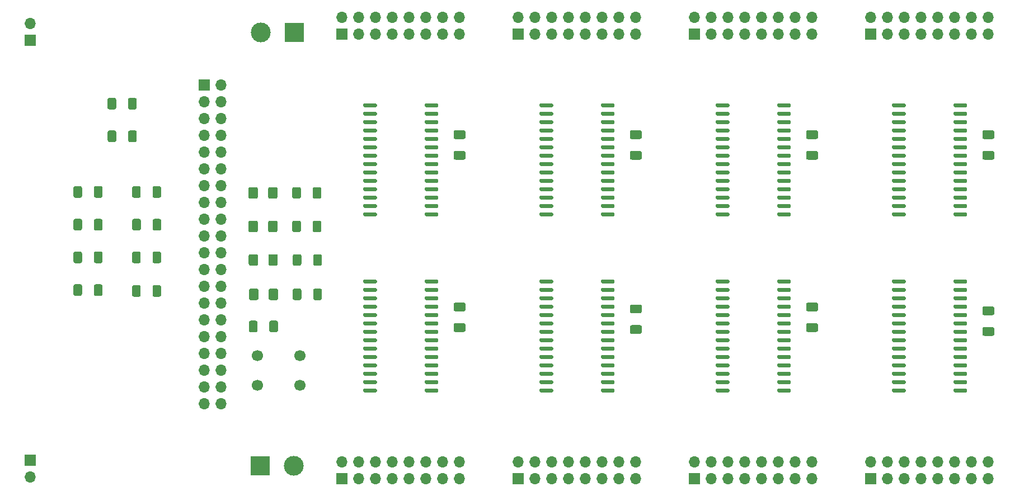
<source format=gbr>
%TF.GenerationSoftware,KiCad,Pcbnew,(5.1.9)-1*%
%TF.CreationDate,2021-05-09T20:57:10+02:00*%
%TF.ProjectId,opena3xx-hardware-controller-board,6f70656e-6133-4787-982d-686172647761,rev?*%
%TF.SameCoordinates,Original*%
%TF.FileFunction,Soldermask,Top*%
%TF.FilePolarity,Negative*%
%FSLAX46Y46*%
G04 Gerber Fmt 4.6, Leading zero omitted, Abs format (unit mm)*
G04 Created by KiCad (PCBNEW (5.1.9)-1) date 2021-05-09 20:57:10*
%MOMM*%
%LPD*%
G01*
G04 APERTURE LIST*
%ADD10C,1.700000*%
%ADD11O,1.700000X1.700000*%
%ADD12R,1.700000X1.700000*%
%ADD13C,3.000000*%
%ADD14R,3.000000X3.000000*%
G04 APERTURE END LIST*
D10*
%TO.C,SW1*%
X96365000Y-118530000D03*
X102865000Y-118530000D03*
X96365000Y-123030000D03*
X102865000Y-123030000D03*
%TD*%
%TO.C,R15*%
G36*
G01*
X98215000Y-114755000D02*
X98215000Y-113505000D01*
G75*
G02*
X98465000Y-113255000I250000J0D01*
G01*
X99265000Y-113255000D01*
G75*
G02*
X99515000Y-113505000I0J-250000D01*
G01*
X99515000Y-114755000D01*
G75*
G02*
X99265000Y-115005000I-250000J0D01*
G01*
X98465000Y-115005000D01*
G75*
G02*
X98215000Y-114755000I0J250000D01*
G01*
G37*
G36*
G01*
X95115000Y-114755000D02*
X95115000Y-113505000D01*
G75*
G02*
X95365000Y-113255000I250000J0D01*
G01*
X96165000Y-113255000D01*
G75*
G02*
X96415000Y-113505000I0J-250000D01*
G01*
X96415000Y-114755000D01*
G75*
G02*
X96165000Y-115005000I-250000J0D01*
G01*
X95365000Y-115005000D01*
G75*
G02*
X95115000Y-114755000I0J250000D01*
G01*
G37*
%TD*%
D11*
%TO.C,J5*%
X90940000Y-125860000D03*
X88400000Y-125860000D03*
X90940000Y-123320000D03*
X88400000Y-123320000D03*
X90940000Y-120780000D03*
X88400000Y-120780000D03*
X90940000Y-118240000D03*
X88400000Y-118240000D03*
X90940000Y-115700000D03*
X88400000Y-115700000D03*
X90940000Y-113160000D03*
X88400000Y-113160000D03*
X90940000Y-110620000D03*
X88400000Y-110620000D03*
X90940000Y-108080000D03*
X88400000Y-108080000D03*
X90940000Y-105540000D03*
X88400000Y-105540000D03*
X90940000Y-103000000D03*
X88400000Y-103000000D03*
X90940000Y-100460000D03*
X88400000Y-100460000D03*
X90940000Y-97920000D03*
X88400000Y-97920000D03*
X90940000Y-95380000D03*
X88400000Y-95380000D03*
X90940000Y-92840000D03*
X88400000Y-92840000D03*
X90940000Y-90300000D03*
X88400000Y-90300000D03*
X90940000Y-87760000D03*
X88400000Y-87760000D03*
X90940000Y-85220000D03*
X88400000Y-85220000D03*
X90940000Y-82680000D03*
X88400000Y-82680000D03*
X90940000Y-80140000D03*
X88400000Y-80140000D03*
X90940000Y-77600000D03*
D12*
X88400000Y-77600000D03*
%TD*%
D13*
%TO.C,J4*%
X96920000Y-69600000D03*
D14*
X102000000Y-69600000D03*
%TD*%
D13*
%TO.C,J3*%
X101880000Y-135255000D03*
D14*
X96800000Y-135255000D03*
%TD*%
D11*
%TO.C,J2*%
X62000000Y-68260000D03*
D12*
X62000000Y-70800000D03*
%TD*%
D11*
%TO.C,J1*%
X62000000Y-136940000D03*
D12*
X62000000Y-134400000D03*
%TD*%
%TO.C,U8*%
G36*
G01*
X194495000Y-123675000D02*
X194495000Y-123975000D01*
G75*
G02*
X194345000Y-124125000I-150000J0D01*
G01*
X192595000Y-124125000D01*
G75*
G02*
X192445000Y-123975000I0J150000D01*
G01*
X192445000Y-123675000D01*
G75*
G02*
X192595000Y-123525000I150000J0D01*
G01*
X194345000Y-123525000D01*
G75*
G02*
X194495000Y-123675000I0J-150000D01*
G01*
G37*
G36*
G01*
X194495000Y-122405000D02*
X194495000Y-122705000D01*
G75*
G02*
X194345000Y-122855000I-150000J0D01*
G01*
X192595000Y-122855000D01*
G75*
G02*
X192445000Y-122705000I0J150000D01*
G01*
X192445000Y-122405000D01*
G75*
G02*
X192595000Y-122255000I150000J0D01*
G01*
X194345000Y-122255000D01*
G75*
G02*
X194495000Y-122405000I0J-150000D01*
G01*
G37*
G36*
G01*
X194495000Y-121135000D02*
X194495000Y-121435000D01*
G75*
G02*
X194345000Y-121585000I-150000J0D01*
G01*
X192595000Y-121585000D01*
G75*
G02*
X192445000Y-121435000I0J150000D01*
G01*
X192445000Y-121135000D01*
G75*
G02*
X192595000Y-120985000I150000J0D01*
G01*
X194345000Y-120985000D01*
G75*
G02*
X194495000Y-121135000I0J-150000D01*
G01*
G37*
G36*
G01*
X194495000Y-119865000D02*
X194495000Y-120165000D01*
G75*
G02*
X194345000Y-120315000I-150000J0D01*
G01*
X192595000Y-120315000D01*
G75*
G02*
X192445000Y-120165000I0J150000D01*
G01*
X192445000Y-119865000D01*
G75*
G02*
X192595000Y-119715000I150000J0D01*
G01*
X194345000Y-119715000D01*
G75*
G02*
X194495000Y-119865000I0J-150000D01*
G01*
G37*
G36*
G01*
X194495000Y-118595000D02*
X194495000Y-118895000D01*
G75*
G02*
X194345000Y-119045000I-150000J0D01*
G01*
X192595000Y-119045000D01*
G75*
G02*
X192445000Y-118895000I0J150000D01*
G01*
X192445000Y-118595000D01*
G75*
G02*
X192595000Y-118445000I150000J0D01*
G01*
X194345000Y-118445000D01*
G75*
G02*
X194495000Y-118595000I0J-150000D01*
G01*
G37*
G36*
G01*
X194495000Y-117325000D02*
X194495000Y-117625000D01*
G75*
G02*
X194345000Y-117775000I-150000J0D01*
G01*
X192595000Y-117775000D01*
G75*
G02*
X192445000Y-117625000I0J150000D01*
G01*
X192445000Y-117325000D01*
G75*
G02*
X192595000Y-117175000I150000J0D01*
G01*
X194345000Y-117175000D01*
G75*
G02*
X194495000Y-117325000I0J-150000D01*
G01*
G37*
G36*
G01*
X194495000Y-116055000D02*
X194495000Y-116355000D01*
G75*
G02*
X194345000Y-116505000I-150000J0D01*
G01*
X192595000Y-116505000D01*
G75*
G02*
X192445000Y-116355000I0J150000D01*
G01*
X192445000Y-116055000D01*
G75*
G02*
X192595000Y-115905000I150000J0D01*
G01*
X194345000Y-115905000D01*
G75*
G02*
X194495000Y-116055000I0J-150000D01*
G01*
G37*
G36*
G01*
X194495000Y-114785000D02*
X194495000Y-115085000D01*
G75*
G02*
X194345000Y-115235000I-150000J0D01*
G01*
X192595000Y-115235000D01*
G75*
G02*
X192445000Y-115085000I0J150000D01*
G01*
X192445000Y-114785000D01*
G75*
G02*
X192595000Y-114635000I150000J0D01*
G01*
X194345000Y-114635000D01*
G75*
G02*
X194495000Y-114785000I0J-150000D01*
G01*
G37*
G36*
G01*
X194495000Y-113515000D02*
X194495000Y-113815000D01*
G75*
G02*
X194345000Y-113965000I-150000J0D01*
G01*
X192595000Y-113965000D01*
G75*
G02*
X192445000Y-113815000I0J150000D01*
G01*
X192445000Y-113515000D01*
G75*
G02*
X192595000Y-113365000I150000J0D01*
G01*
X194345000Y-113365000D01*
G75*
G02*
X194495000Y-113515000I0J-150000D01*
G01*
G37*
G36*
G01*
X194495000Y-112245000D02*
X194495000Y-112545000D01*
G75*
G02*
X194345000Y-112695000I-150000J0D01*
G01*
X192595000Y-112695000D01*
G75*
G02*
X192445000Y-112545000I0J150000D01*
G01*
X192445000Y-112245000D01*
G75*
G02*
X192595000Y-112095000I150000J0D01*
G01*
X194345000Y-112095000D01*
G75*
G02*
X194495000Y-112245000I0J-150000D01*
G01*
G37*
G36*
G01*
X194495000Y-110975000D02*
X194495000Y-111275000D01*
G75*
G02*
X194345000Y-111425000I-150000J0D01*
G01*
X192595000Y-111425000D01*
G75*
G02*
X192445000Y-111275000I0J150000D01*
G01*
X192445000Y-110975000D01*
G75*
G02*
X192595000Y-110825000I150000J0D01*
G01*
X194345000Y-110825000D01*
G75*
G02*
X194495000Y-110975000I0J-150000D01*
G01*
G37*
G36*
G01*
X194495000Y-109705000D02*
X194495000Y-110005000D01*
G75*
G02*
X194345000Y-110155000I-150000J0D01*
G01*
X192595000Y-110155000D01*
G75*
G02*
X192445000Y-110005000I0J150000D01*
G01*
X192445000Y-109705000D01*
G75*
G02*
X192595000Y-109555000I150000J0D01*
G01*
X194345000Y-109555000D01*
G75*
G02*
X194495000Y-109705000I0J-150000D01*
G01*
G37*
G36*
G01*
X194495000Y-108435000D02*
X194495000Y-108735000D01*
G75*
G02*
X194345000Y-108885000I-150000J0D01*
G01*
X192595000Y-108885000D01*
G75*
G02*
X192445000Y-108735000I0J150000D01*
G01*
X192445000Y-108435000D01*
G75*
G02*
X192595000Y-108285000I150000J0D01*
G01*
X194345000Y-108285000D01*
G75*
G02*
X194495000Y-108435000I0J-150000D01*
G01*
G37*
G36*
G01*
X194495000Y-107165000D02*
X194495000Y-107465000D01*
G75*
G02*
X194345000Y-107615000I-150000J0D01*
G01*
X192595000Y-107615000D01*
G75*
G02*
X192445000Y-107465000I0J150000D01*
G01*
X192445000Y-107165000D01*
G75*
G02*
X192595000Y-107015000I150000J0D01*
G01*
X194345000Y-107015000D01*
G75*
G02*
X194495000Y-107165000I0J-150000D01*
G01*
G37*
G36*
G01*
X203795000Y-107165000D02*
X203795000Y-107465000D01*
G75*
G02*
X203645000Y-107615000I-150000J0D01*
G01*
X201895000Y-107615000D01*
G75*
G02*
X201745000Y-107465000I0J150000D01*
G01*
X201745000Y-107165000D01*
G75*
G02*
X201895000Y-107015000I150000J0D01*
G01*
X203645000Y-107015000D01*
G75*
G02*
X203795000Y-107165000I0J-150000D01*
G01*
G37*
G36*
G01*
X203795000Y-108435000D02*
X203795000Y-108735000D01*
G75*
G02*
X203645000Y-108885000I-150000J0D01*
G01*
X201895000Y-108885000D01*
G75*
G02*
X201745000Y-108735000I0J150000D01*
G01*
X201745000Y-108435000D01*
G75*
G02*
X201895000Y-108285000I150000J0D01*
G01*
X203645000Y-108285000D01*
G75*
G02*
X203795000Y-108435000I0J-150000D01*
G01*
G37*
G36*
G01*
X203795000Y-109705000D02*
X203795000Y-110005000D01*
G75*
G02*
X203645000Y-110155000I-150000J0D01*
G01*
X201895000Y-110155000D01*
G75*
G02*
X201745000Y-110005000I0J150000D01*
G01*
X201745000Y-109705000D01*
G75*
G02*
X201895000Y-109555000I150000J0D01*
G01*
X203645000Y-109555000D01*
G75*
G02*
X203795000Y-109705000I0J-150000D01*
G01*
G37*
G36*
G01*
X203795000Y-110975000D02*
X203795000Y-111275000D01*
G75*
G02*
X203645000Y-111425000I-150000J0D01*
G01*
X201895000Y-111425000D01*
G75*
G02*
X201745000Y-111275000I0J150000D01*
G01*
X201745000Y-110975000D01*
G75*
G02*
X201895000Y-110825000I150000J0D01*
G01*
X203645000Y-110825000D01*
G75*
G02*
X203795000Y-110975000I0J-150000D01*
G01*
G37*
G36*
G01*
X203795000Y-112245000D02*
X203795000Y-112545000D01*
G75*
G02*
X203645000Y-112695000I-150000J0D01*
G01*
X201895000Y-112695000D01*
G75*
G02*
X201745000Y-112545000I0J150000D01*
G01*
X201745000Y-112245000D01*
G75*
G02*
X201895000Y-112095000I150000J0D01*
G01*
X203645000Y-112095000D01*
G75*
G02*
X203795000Y-112245000I0J-150000D01*
G01*
G37*
G36*
G01*
X203795000Y-113515000D02*
X203795000Y-113815000D01*
G75*
G02*
X203645000Y-113965000I-150000J0D01*
G01*
X201895000Y-113965000D01*
G75*
G02*
X201745000Y-113815000I0J150000D01*
G01*
X201745000Y-113515000D01*
G75*
G02*
X201895000Y-113365000I150000J0D01*
G01*
X203645000Y-113365000D01*
G75*
G02*
X203795000Y-113515000I0J-150000D01*
G01*
G37*
G36*
G01*
X203795000Y-114785000D02*
X203795000Y-115085000D01*
G75*
G02*
X203645000Y-115235000I-150000J0D01*
G01*
X201895000Y-115235000D01*
G75*
G02*
X201745000Y-115085000I0J150000D01*
G01*
X201745000Y-114785000D01*
G75*
G02*
X201895000Y-114635000I150000J0D01*
G01*
X203645000Y-114635000D01*
G75*
G02*
X203795000Y-114785000I0J-150000D01*
G01*
G37*
G36*
G01*
X203795000Y-116055000D02*
X203795000Y-116355000D01*
G75*
G02*
X203645000Y-116505000I-150000J0D01*
G01*
X201895000Y-116505000D01*
G75*
G02*
X201745000Y-116355000I0J150000D01*
G01*
X201745000Y-116055000D01*
G75*
G02*
X201895000Y-115905000I150000J0D01*
G01*
X203645000Y-115905000D01*
G75*
G02*
X203795000Y-116055000I0J-150000D01*
G01*
G37*
G36*
G01*
X203795000Y-117325000D02*
X203795000Y-117625000D01*
G75*
G02*
X203645000Y-117775000I-150000J0D01*
G01*
X201895000Y-117775000D01*
G75*
G02*
X201745000Y-117625000I0J150000D01*
G01*
X201745000Y-117325000D01*
G75*
G02*
X201895000Y-117175000I150000J0D01*
G01*
X203645000Y-117175000D01*
G75*
G02*
X203795000Y-117325000I0J-150000D01*
G01*
G37*
G36*
G01*
X203795000Y-118595000D02*
X203795000Y-118895000D01*
G75*
G02*
X203645000Y-119045000I-150000J0D01*
G01*
X201895000Y-119045000D01*
G75*
G02*
X201745000Y-118895000I0J150000D01*
G01*
X201745000Y-118595000D01*
G75*
G02*
X201895000Y-118445000I150000J0D01*
G01*
X203645000Y-118445000D01*
G75*
G02*
X203795000Y-118595000I0J-150000D01*
G01*
G37*
G36*
G01*
X203795000Y-119865000D02*
X203795000Y-120165000D01*
G75*
G02*
X203645000Y-120315000I-150000J0D01*
G01*
X201895000Y-120315000D01*
G75*
G02*
X201745000Y-120165000I0J150000D01*
G01*
X201745000Y-119865000D01*
G75*
G02*
X201895000Y-119715000I150000J0D01*
G01*
X203645000Y-119715000D01*
G75*
G02*
X203795000Y-119865000I0J-150000D01*
G01*
G37*
G36*
G01*
X203795000Y-121135000D02*
X203795000Y-121435000D01*
G75*
G02*
X203645000Y-121585000I-150000J0D01*
G01*
X201895000Y-121585000D01*
G75*
G02*
X201745000Y-121435000I0J150000D01*
G01*
X201745000Y-121135000D01*
G75*
G02*
X201895000Y-120985000I150000J0D01*
G01*
X203645000Y-120985000D01*
G75*
G02*
X203795000Y-121135000I0J-150000D01*
G01*
G37*
G36*
G01*
X203795000Y-122405000D02*
X203795000Y-122705000D01*
G75*
G02*
X203645000Y-122855000I-150000J0D01*
G01*
X201895000Y-122855000D01*
G75*
G02*
X201745000Y-122705000I0J150000D01*
G01*
X201745000Y-122405000D01*
G75*
G02*
X201895000Y-122255000I150000J0D01*
G01*
X203645000Y-122255000D01*
G75*
G02*
X203795000Y-122405000I0J-150000D01*
G01*
G37*
G36*
G01*
X203795000Y-123675000D02*
X203795000Y-123975000D01*
G75*
G02*
X203645000Y-124125000I-150000J0D01*
G01*
X201895000Y-124125000D01*
G75*
G02*
X201745000Y-123975000I0J150000D01*
G01*
X201745000Y-123675000D01*
G75*
G02*
X201895000Y-123525000I150000J0D01*
G01*
X203645000Y-123525000D01*
G75*
G02*
X203795000Y-123675000I0J-150000D01*
G01*
G37*
%TD*%
%TO.C,U7*%
G36*
G01*
X167825000Y-123675000D02*
X167825000Y-123975000D01*
G75*
G02*
X167675000Y-124125000I-150000J0D01*
G01*
X165925000Y-124125000D01*
G75*
G02*
X165775000Y-123975000I0J150000D01*
G01*
X165775000Y-123675000D01*
G75*
G02*
X165925000Y-123525000I150000J0D01*
G01*
X167675000Y-123525000D01*
G75*
G02*
X167825000Y-123675000I0J-150000D01*
G01*
G37*
G36*
G01*
X167825000Y-122405000D02*
X167825000Y-122705000D01*
G75*
G02*
X167675000Y-122855000I-150000J0D01*
G01*
X165925000Y-122855000D01*
G75*
G02*
X165775000Y-122705000I0J150000D01*
G01*
X165775000Y-122405000D01*
G75*
G02*
X165925000Y-122255000I150000J0D01*
G01*
X167675000Y-122255000D01*
G75*
G02*
X167825000Y-122405000I0J-150000D01*
G01*
G37*
G36*
G01*
X167825000Y-121135000D02*
X167825000Y-121435000D01*
G75*
G02*
X167675000Y-121585000I-150000J0D01*
G01*
X165925000Y-121585000D01*
G75*
G02*
X165775000Y-121435000I0J150000D01*
G01*
X165775000Y-121135000D01*
G75*
G02*
X165925000Y-120985000I150000J0D01*
G01*
X167675000Y-120985000D01*
G75*
G02*
X167825000Y-121135000I0J-150000D01*
G01*
G37*
G36*
G01*
X167825000Y-119865000D02*
X167825000Y-120165000D01*
G75*
G02*
X167675000Y-120315000I-150000J0D01*
G01*
X165925000Y-120315000D01*
G75*
G02*
X165775000Y-120165000I0J150000D01*
G01*
X165775000Y-119865000D01*
G75*
G02*
X165925000Y-119715000I150000J0D01*
G01*
X167675000Y-119715000D01*
G75*
G02*
X167825000Y-119865000I0J-150000D01*
G01*
G37*
G36*
G01*
X167825000Y-118595000D02*
X167825000Y-118895000D01*
G75*
G02*
X167675000Y-119045000I-150000J0D01*
G01*
X165925000Y-119045000D01*
G75*
G02*
X165775000Y-118895000I0J150000D01*
G01*
X165775000Y-118595000D01*
G75*
G02*
X165925000Y-118445000I150000J0D01*
G01*
X167675000Y-118445000D01*
G75*
G02*
X167825000Y-118595000I0J-150000D01*
G01*
G37*
G36*
G01*
X167825000Y-117325000D02*
X167825000Y-117625000D01*
G75*
G02*
X167675000Y-117775000I-150000J0D01*
G01*
X165925000Y-117775000D01*
G75*
G02*
X165775000Y-117625000I0J150000D01*
G01*
X165775000Y-117325000D01*
G75*
G02*
X165925000Y-117175000I150000J0D01*
G01*
X167675000Y-117175000D01*
G75*
G02*
X167825000Y-117325000I0J-150000D01*
G01*
G37*
G36*
G01*
X167825000Y-116055000D02*
X167825000Y-116355000D01*
G75*
G02*
X167675000Y-116505000I-150000J0D01*
G01*
X165925000Y-116505000D01*
G75*
G02*
X165775000Y-116355000I0J150000D01*
G01*
X165775000Y-116055000D01*
G75*
G02*
X165925000Y-115905000I150000J0D01*
G01*
X167675000Y-115905000D01*
G75*
G02*
X167825000Y-116055000I0J-150000D01*
G01*
G37*
G36*
G01*
X167825000Y-114785000D02*
X167825000Y-115085000D01*
G75*
G02*
X167675000Y-115235000I-150000J0D01*
G01*
X165925000Y-115235000D01*
G75*
G02*
X165775000Y-115085000I0J150000D01*
G01*
X165775000Y-114785000D01*
G75*
G02*
X165925000Y-114635000I150000J0D01*
G01*
X167675000Y-114635000D01*
G75*
G02*
X167825000Y-114785000I0J-150000D01*
G01*
G37*
G36*
G01*
X167825000Y-113515000D02*
X167825000Y-113815000D01*
G75*
G02*
X167675000Y-113965000I-150000J0D01*
G01*
X165925000Y-113965000D01*
G75*
G02*
X165775000Y-113815000I0J150000D01*
G01*
X165775000Y-113515000D01*
G75*
G02*
X165925000Y-113365000I150000J0D01*
G01*
X167675000Y-113365000D01*
G75*
G02*
X167825000Y-113515000I0J-150000D01*
G01*
G37*
G36*
G01*
X167825000Y-112245000D02*
X167825000Y-112545000D01*
G75*
G02*
X167675000Y-112695000I-150000J0D01*
G01*
X165925000Y-112695000D01*
G75*
G02*
X165775000Y-112545000I0J150000D01*
G01*
X165775000Y-112245000D01*
G75*
G02*
X165925000Y-112095000I150000J0D01*
G01*
X167675000Y-112095000D01*
G75*
G02*
X167825000Y-112245000I0J-150000D01*
G01*
G37*
G36*
G01*
X167825000Y-110975000D02*
X167825000Y-111275000D01*
G75*
G02*
X167675000Y-111425000I-150000J0D01*
G01*
X165925000Y-111425000D01*
G75*
G02*
X165775000Y-111275000I0J150000D01*
G01*
X165775000Y-110975000D01*
G75*
G02*
X165925000Y-110825000I150000J0D01*
G01*
X167675000Y-110825000D01*
G75*
G02*
X167825000Y-110975000I0J-150000D01*
G01*
G37*
G36*
G01*
X167825000Y-109705000D02*
X167825000Y-110005000D01*
G75*
G02*
X167675000Y-110155000I-150000J0D01*
G01*
X165925000Y-110155000D01*
G75*
G02*
X165775000Y-110005000I0J150000D01*
G01*
X165775000Y-109705000D01*
G75*
G02*
X165925000Y-109555000I150000J0D01*
G01*
X167675000Y-109555000D01*
G75*
G02*
X167825000Y-109705000I0J-150000D01*
G01*
G37*
G36*
G01*
X167825000Y-108435000D02*
X167825000Y-108735000D01*
G75*
G02*
X167675000Y-108885000I-150000J0D01*
G01*
X165925000Y-108885000D01*
G75*
G02*
X165775000Y-108735000I0J150000D01*
G01*
X165775000Y-108435000D01*
G75*
G02*
X165925000Y-108285000I150000J0D01*
G01*
X167675000Y-108285000D01*
G75*
G02*
X167825000Y-108435000I0J-150000D01*
G01*
G37*
G36*
G01*
X167825000Y-107165000D02*
X167825000Y-107465000D01*
G75*
G02*
X167675000Y-107615000I-150000J0D01*
G01*
X165925000Y-107615000D01*
G75*
G02*
X165775000Y-107465000I0J150000D01*
G01*
X165775000Y-107165000D01*
G75*
G02*
X165925000Y-107015000I150000J0D01*
G01*
X167675000Y-107015000D01*
G75*
G02*
X167825000Y-107165000I0J-150000D01*
G01*
G37*
G36*
G01*
X177125000Y-107165000D02*
X177125000Y-107465000D01*
G75*
G02*
X176975000Y-107615000I-150000J0D01*
G01*
X175225000Y-107615000D01*
G75*
G02*
X175075000Y-107465000I0J150000D01*
G01*
X175075000Y-107165000D01*
G75*
G02*
X175225000Y-107015000I150000J0D01*
G01*
X176975000Y-107015000D01*
G75*
G02*
X177125000Y-107165000I0J-150000D01*
G01*
G37*
G36*
G01*
X177125000Y-108435000D02*
X177125000Y-108735000D01*
G75*
G02*
X176975000Y-108885000I-150000J0D01*
G01*
X175225000Y-108885000D01*
G75*
G02*
X175075000Y-108735000I0J150000D01*
G01*
X175075000Y-108435000D01*
G75*
G02*
X175225000Y-108285000I150000J0D01*
G01*
X176975000Y-108285000D01*
G75*
G02*
X177125000Y-108435000I0J-150000D01*
G01*
G37*
G36*
G01*
X177125000Y-109705000D02*
X177125000Y-110005000D01*
G75*
G02*
X176975000Y-110155000I-150000J0D01*
G01*
X175225000Y-110155000D01*
G75*
G02*
X175075000Y-110005000I0J150000D01*
G01*
X175075000Y-109705000D01*
G75*
G02*
X175225000Y-109555000I150000J0D01*
G01*
X176975000Y-109555000D01*
G75*
G02*
X177125000Y-109705000I0J-150000D01*
G01*
G37*
G36*
G01*
X177125000Y-110975000D02*
X177125000Y-111275000D01*
G75*
G02*
X176975000Y-111425000I-150000J0D01*
G01*
X175225000Y-111425000D01*
G75*
G02*
X175075000Y-111275000I0J150000D01*
G01*
X175075000Y-110975000D01*
G75*
G02*
X175225000Y-110825000I150000J0D01*
G01*
X176975000Y-110825000D01*
G75*
G02*
X177125000Y-110975000I0J-150000D01*
G01*
G37*
G36*
G01*
X177125000Y-112245000D02*
X177125000Y-112545000D01*
G75*
G02*
X176975000Y-112695000I-150000J0D01*
G01*
X175225000Y-112695000D01*
G75*
G02*
X175075000Y-112545000I0J150000D01*
G01*
X175075000Y-112245000D01*
G75*
G02*
X175225000Y-112095000I150000J0D01*
G01*
X176975000Y-112095000D01*
G75*
G02*
X177125000Y-112245000I0J-150000D01*
G01*
G37*
G36*
G01*
X177125000Y-113515000D02*
X177125000Y-113815000D01*
G75*
G02*
X176975000Y-113965000I-150000J0D01*
G01*
X175225000Y-113965000D01*
G75*
G02*
X175075000Y-113815000I0J150000D01*
G01*
X175075000Y-113515000D01*
G75*
G02*
X175225000Y-113365000I150000J0D01*
G01*
X176975000Y-113365000D01*
G75*
G02*
X177125000Y-113515000I0J-150000D01*
G01*
G37*
G36*
G01*
X177125000Y-114785000D02*
X177125000Y-115085000D01*
G75*
G02*
X176975000Y-115235000I-150000J0D01*
G01*
X175225000Y-115235000D01*
G75*
G02*
X175075000Y-115085000I0J150000D01*
G01*
X175075000Y-114785000D01*
G75*
G02*
X175225000Y-114635000I150000J0D01*
G01*
X176975000Y-114635000D01*
G75*
G02*
X177125000Y-114785000I0J-150000D01*
G01*
G37*
G36*
G01*
X177125000Y-116055000D02*
X177125000Y-116355000D01*
G75*
G02*
X176975000Y-116505000I-150000J0D01*
G01*
X175225000Y-116505000D01*
G75*
G02*
X175075000Y-116355000I0J150000D01*
G01*
X175075000Y-116055000D01*
G75*
G02*
X175225000Y-115905000I150000J0D01*
G01*
X176975000Y-115905000D01*
G75*
G02*
X177125000Y-116055000I0J-150000D01*
G01*
G37*
G36*
G01*
X177125000Y-117325000D02*
X177125000Y-117625000D01*
G75*
G02*
X176975000Y-117775000I-150000J0D01*
G01*
X175225000Y-117775000D01*
G75*
G02*
X175075000Y-117625000I0J150000D01*
G01*
X175075000Y-117325000D01*
G75*
G02*
X175225000Y-117175000I150000J0D01*
G01*
X176975000Y-117175000D01*
G75*
G02*
X177125000Y-117325000I0J-150000D01*
G01*
G37*
G36*
G01*
X177125000Y-118595000D02*
X177125000Y-118895000D01*
G75*
G02*
X176975000Y-119045000I-150000J0D01*
G01*
X175225000Y-119045000D01*
G75*
G02*
X175075000Y-118895000I0J150000D01*
G01*
X175075000Y-118595000D01*
G75*
G02*
X175225000Y-118445000I150000J0D01*
G01*
X176975000Y-118445000D01*
G75*
G02*
X177125000Y-118595000I0J-150000D01*
G01*
G37*
G36*
G01*
X177125000Y-119865000D02*
X177125000Y-120165000D01*
G75*
G02*
X176975000Y-120315000I-150000J0D01*
G01*
X175225000Y-120315000D01*
G75*
G02*
X175075000Y-120165000I0J150000D01*
G01*
X175075000Y-119865000D01*
G75*
G02*
X175225000Y-119715000I150000J0D01*
G01*
X176975000Y-119715000D01*
G75*
G02*
X177125000Y-119865000I0J-150000D01*
G01*
G37*
G36*
G01*
X177125000Y-121135000D02*
X177125000Y-121435000D01*
G75*
G02*
X176975000Y-121585000I-150000J0D01*
G01*
X175225000Y-121585000D01*
G75*
G02*
X175075000Y-121435000I0J150000D01*
G01*
X175075000Y-121135000D01*
G75*
G02*
X175225000Y-120985000I150000J0D01*
G01*
X176975000Y-120985000D01*
G75*
G02*
X177125000Y-121135000I0J-150000D01*
G01*
G37*
G36*
G01*
X177125000Y-122405000D02*
X177125000Y-122705000D01*
G75*
G02*
X176975000Y-122855000I-150000J0D01*
G01*
X175225000Y-122855000D01*
G75*
G02*
X175075000Y-122705000I0J150000D01*
G01*
X175075000Y-122405000D01*
G75*
G02*
X175225000Y-122255000I150000J0D01*
G01*
X176975000Y-122255000D01*
G75*
G02*
X177125000Y-122405000I0J-150000D01*
G01*
G37*
G36*
G01*
X177125000Y-123675000D02*
X177125000Y-123975000D01*
G75*
G02*
X176975000Y-124125000I-150000J0D01*
G01*
X175225000Y-124125000D01*
G75*
G02*
X175075000Y-123975000I0J150000D01*
G01*
X175075000Y-123675000D01*
G75*
G02*
X175225000Y-123525000I150000J0D01*
G01*
X176975000Y-123525000D01*
G75*
G02*
X177125000Y-123675000I0J-150000D01*
G01*
G37*
%TD*%
%TO.C,U6*%
G36*
G01*
X141155000Y-123675000D02*
X141155000Y-123975000D01*
G75*
G02*
X141005000Y-124125000I-150000J0D01*
G01*
X139255000Y-124125000D01*
G75*
G02*
X139105000Y-123975000I0J150000D01*
G01*
X139105000Y-123675000D01*
G75*
G02*
X139255000Y-123525000I150000J0D01*
G01*
X141005000Y-123525000D01*
G75*
G02*
X141155000Y-123675000I0J-150000D01*
G01*
G37*
G36*
G01*
X141155000Y-122405000D02*
X141155000Y-122705000D01*
G75*
G02*
X141005000Y-122855000I-150000J0D01*
G01*
X139255000Y-122855000D01*
G75*
G02*
X139105000Y-122705000I0J150000D01*
G01*
X139105000Y-122405000D01*
G75*
G02*
X139255000Y-122255000I150000J0D01*
G01*
X141005000Y-122255000D01*
G75*
G02*
X141155000Y-122405000I0J-150000D01*
G01*
G37*
G36*
G01*
X141155000Y-121135000D02*
X141155000Y-121435000D01*
G75*
G02*
X141005000Y-121585000I-150000J0D01*
G01*
X139255000Y-121585000D01*
G75*
G02*
X139105000Y-121435000I0J150000D01*
G01*
X139105000Y-121135000D01*
G75*
G02*
X139255000Y-120985000I150000J0D01*
G01*
X141005000Y-120985000D01*
G75*
G02*
X141155000Y-121135000I0J-150000D01*
G01*
G37*
G36*
G01*
X141155000Y-119865000D02*
X141155000Y-120165000D01*
G75*
G02*
X141005000Y-120315000I-150000J0D01*
G01*
X139255000Y-120315000D01*
G75*
G02*
X139105000Y-120165000I0J150000D01*
G01*
X139105000Y-119865000D01*
G75*
G02*
X139255000Y-119715000I150000J0D01*
G01*
X141005000Y-119715000D01*
G75*
G02*
X141155000Y-119865000I0J-150000D01*
G01*
G37*
G36*
G01*
X141155000Y-118595000D02*
X141155000Y-118895000D01*
G75*
G02*
X141005000Y-119045000I-150000J0D01*
G01*
X139255000Y-119045000D01*
G75*
G02*
X139105000Y-118895000I0J150000D01*
G01*
X139105000Y-118595000D01*
G75*
G02*
X139255000Y-118445000I150000J0D01*
G01*
X141005000Y-118445000D01*
G75*
G02*
X141155000Y-118595000I0J-150000D01*
G01*
G37*
G36*
G01*
X141155000Y-117325000D02*
X141155000Y-117625000D01*
G75*
G02*
X141005000Y-117775000I-150000J0D01*
G01*
X139255000Y-117775000D01*
G75*
G02*
X139105000Y-117625000I0J150000D01*
G01*
X139105000Y-117325000D01*
G75*
G02*
X139255000Y-117175000I150000J0D01*
G01*
X141005000Y-117175000D01*
G75*
G02*
X141155000Y-117325000I0J-150000D01*
G01*
G37*
G36*
G01*
X141155000Y-116055000D02*
X141155000Y-116355000D01*
G75*
G02*
X141005000Y-116505000I-150000J0D01*
G01*
X139255000Y-116505000D01*
G75*
G02*
X139105000Y-116355000I0J150000D01*
G01*
X139105000Y-116055000D01*
G75*
G02*
X139255000Y-115905000I150000J0D01*
G01*
X141005000Y-115905000D01*
G75*
G02*
X141155000Y-116055000I0J-150000D01*
G01*
G37*
G36*
G01*
X141155000Y-114785000D02*
X141155000Y-115085000D01*
G75*
G02*
X141005000Y-115235000I-150000J0D01*
G01*
X139255000Y-115235000D01*
G75*
G02*
X139105000Y-115085000I0J150000D01*
G01*
X139105000Y-114785000D01*
G75*
G02*
X139255000Y-114635000I150000J0D01*
G01*
X141005000Y-114635000D01*
G75*
G02*
X141155000Y-114785000I0J-150000D01*
G01*
G37*
G36*
G01*
X141155000Y-113515000D02*
X141155000Y-113815000D01*
G75*
G02*
X141005000Y-113965000I-150000J0D01*
G01*
X139255000Y-113965000D01*
G75*
G02*
X139105000Y-113815000I0J150000D01*
G01*
X139105000Y-113515000D01*
G75*
G02*
X139255000Y-113365000I150000J0D01*
G01*
X141005000Y-113365000D01*
G75*
G02*
X141155000Y-113515000I0J-150000D01*
G01*
G37*
G36*
G01*
X141155000Y-112245000D02*
X141155000Y-112545000D01*
G75*
G02*
X141005000Y-112695000I-150000J0D01*
G01*
X139255000Y-112695000D01*
G75*
G02*
X139105000Y-112545000I0J150000D01*
G01*
X139105000Y-112245000D01*
G75*
G02*
X139255000Y-112095000I150000J0D01*
G01*
X141005000Y-112095000D01*
G75*
G02*
X141155000Y-112245000I0J-150000D01*
G01*
G37*
G36*
G01*
X141155000Y-110975000D02*
X141155000Y-111275000D01*
G75*
G02*
X141005000Y-111425000I-150000J0D01*
G01*
X139255000Y-111425000D01*
G75*
G02*
X139105000Y-111275000I0J150000D01*
G01*
X139105000Y-110975000D01*
G75*
G02*
X139255000Y-110825000I150000J0D01*
G01*
X141005000Y-110825000D01*
G75*
G02*
X141155000Y-110975000I0J-150000D01*
G01*
G37*
G36*
G01*
X141155000Y-109705000D02*
X141155000Y-110005000D01*
G75*
G02*
X141005000Y-110155000I-150000J0D01*
G01*
X139255000Y-110155000D01*
G75*
G02*
X139105000Y-110005000I0J150000D01*
G01*
X139105000Y-109705000D01*
G75*
G02*
X139255000Y-109555000I150000J0D01*
G01*
X141005000Y-109555000D01*
G75*
G02*
X141155000Y-109705000I0J-150000D01*
G01*
G37*
G36*
G01*
X141155000Y-108435000D02*
X141155000Y-108735000D01*
G75*
G02*
X141005000Y-108885000I-150000J0D01*
G01*
X139255000Y-108885000D01*
G75*
G02*
X139105000Y-108735000I0J150000D01*
G01*
X139105000Y-108435000D01*
G75*
G02*
X139255000Y-108285000I150000J0D01*
G01*
X141005000Y-108285000D01*
G75*
G02*
X141155000Y-108435000I0J-150000D01*
G01*
G37*
G36*
G01*
X141155000Y-107165000D02*
X141155000Y-107465000D01*
G75*
G02*
X141005000Y-107615000I-150000J0D01*
G01*
X139255000Y-107615000D01*
G75*
G02*
X139105000Y-107465000I0J150000D01*
G01*
X139105000Y-107165000D01*
G75*
G02*
X139255000Y-107015000I150000J0D01*
G01*
X141005000Y-107015000D01*
G75*
G02*
X141155000Y-107165000I0J-150000D01*
G01*
G37*
G36*
G01*
X150455000Y-107165000D02*
X150455000Y-107465000D01*
G75*
G02*
X150305000Y-107615000I-150000J0D01*
G01*
X148555000Y-107615000D01*
G75*
G02*
X148405000Y-107465000I0J150000D01*
G01*
X148405000Y-107165000D01*
G75*
G02*
X148555000Y-107015000I150000J0D01*
G01*
X150305000Y-107015000D01*
G75*
G02*
X150455000Y-107165000I0J-150000D01*
G01*
G37*
G36*
G01*
X150455000Y-108435000D02*
X150455000Y-108735000D01*
G75*
G02*
X150305000Y-108885000I-150000J0D01*
G01*
X148555000Y-108885000D01*
G75*
G02*
X148405000Y-108735000I0J150000D01*
G01*
X148405000Y-108435000D01*
G75*
G02*
X148555000Y-108285000I150000J0D01*
G01*
X150305000Y-108285000D01*
G75*
G02*
X150455000Y-108435000I0J-150000D01*
G01*
G37*
G36*
G01*
X150455000Y-109705000D02*
X150455000Y-110005000D01*
G75*
G02*
X150305000Y-110155000I-150000J0D01*
G01*
X148555000Y-110155000D01*
G75*
G02*
X148405000Y-110005000I0J150000D01*
G01*
X148405000Y-109705000D01*
G75*
G02*
X148555000Y-109555000I150000J0D01*
G01*
X150305000Y-109555000D01*
G75*
G02*
X150455000Y-109705000I0J-150000D01*
G01*
G37*
G36*
G01*
X150455000Y-110975000D02*
X150455000Y-111275000D01*
G75*
G02*
X150305000Y-111425000I-150000J0D01*
G01*
X148555000Y-111425000D01*
G75*
G02*
X148405000Y-111275000I0J150000D01*
G01*
X148405000Y-110975000D01*
G75*
G02*
X148555000Y-110825000I150000J0D01*
G01*
X150305000Y-110825000D01*
G75*
G02*
X150455000Y-110975000I0J-150000D01*
G01*
G37*
G36*
G01*
X150455000Y-112245000D02*
X150455000Y-112545000D01*
G75*
G02*
X150305000Y-112695000I-150000J0D01*
G01*
X148555000Y-112695000D01*
G75*
G02*
X148405000Y-112545000I0J150000D01*
G01*
X148405000Y-112245000D01*
G75*
G02*
X148555000Y-112095000I150000J0D01*
G01*
X150305000Y-112095000D01*
G75*
G02*
X150455000Y-112245000I0J-150000D01*
G01*
G37*
G36*
G01*
X150455000Y-113515000D02*
X150455000Y-113815000D01*
G75*
G02*
X150305000Y-113965000I-150000J0D01*
G01*
X148555000Y-113965000D01*
G75*
G02*
X148405000Y-113815000I0J150000D01*
G01*
X148405000Y-113515000D01*
G75*
G02*
X148555000Y-113365000I150000J0D01*
G01*
X150305000Y-113365000D01*
G75*
G02*
X150455000Y-113515000I0J-150000D01*
G01*
G37*
G36*
G01*
X150455000Y-114785000D02*
X150455000Y-115085000D01*
G75*
G02*
X150305000Y-115235000I-150000J0D01*
G01*
X148555000Y-115235000D01*
G75*
G02*
X148405000Y-115085000I0J150000D01*
G01*
X148405000Y-114785000D01*
G75*
G02*
X148555000Y-114635000I150000J0D01*
G01*
X150305000Y-114635000D01*
G75*
G02*
X150455000Y-114785000I0J-150000D01*
G01*
G37*
G36*
G01*
X150455000Y-116055000D02*
X150455000Y-116355000D01*
G75*
G02*
X150305000Y-116505000I-150000J0D01*
G01*
X148555000Y-116505000D01*
G75*
G02*
X148405000Y-116355000I0J150000D01*
G01*
X148405000Y-116055000D01*
G75*
G02*
X148555000Y-115905000I150000J0D01*
G01*
X150305000Y-115905000D01*
G75*
G02*
X150455000Y-116055000I0J-150000D01*
G01*
G37*
G36*
G01*
X150455000Y-117325000D02*
X150455000Y-117625000D01*
G75*
G02*
X150305000Y-117775000I-150000J0D01*
G01*
X148555000Y-117775000D01*
G75*
G02*
X148405000Y-117625000I0J150000D01*
G01*
X148405000Y-117325000D01*
G75*
G02*
X148555000Y-117175000I150000J0D01*
G01*
X150305000Y-117175000D01*
G75*
G02*
X150455000Y-117325000I0J-150000D01*
G01*
G37*
G36*
G01*
X150455000Y-118595000D02*
X150455000Y-118895000D01*
G75*
G02*
X150305000Y-119045000I-150000J0D01*
G01*
X148555000Y-119045000D01*
G75*
G02*
X148405000Y-118895000I0J150000D01*
G01*
X148405000Y-118595000D01*
G75*
G02*
X148555000Y-118445000I150000J0D01*
G01*
X150305000Y-118445000D01*
G75*
G02*
X150455000Y-118595000I0J-150000D01*
G01*
G37*
G36*
G01*
X150455000Y-119865000D02*
X150455000Y-120165000D01*
G75*
G02*
X150305000Y-120315000I-150000J0D01*
G01*
X148555000Y-120315000D01*
G75*
G02*
X148405000Y-120165000I0J150000D01*
G01*
X148405000Y-119865000D01*
G75*
G02*
X148555000Y-119715000I150000J0D01*
G01*
X150305000Y-119715000D01*
G75*
G02*
X150455000Y-119865000I0J-150000D01*
G01*
G37*
G36*
G01*
X150455000Y-121135000D02*
X150455000Y-121435000D01*
G75*
G02*
X150305000Y-121585000I-150000J0D01*
G01*
X148555000Y-121585000D01*
G75*
G02*
X148405000Y-121435000I0J150000D01*
G01*
X148405000Y-121135000D01*
G75*
G02*
X148555000Y-120985000I150000J0D01*
G01*
X150305000Y-120985000D01*
G75*
G02*
X150455000Y-121135000I0J-150000D01*
G01*
G37*
G36*
G01*
X150455000Y-122405000D02*
X150455000Y-122705000D01*
G75*
G02*
X150305000Y-122855000I-150000J0D01*
G01*
X148555000Y-122855000D01*
G75*
G02*
X148405000Y-122705000I0J150000D01*
G01*
X148405000Y-122405000D01*
G75*
G02*
X148555000Y-122255000I150000J0D01*
G01*
X150305000Y-122255000D01*
G75*
G02*
X150455000Y-122405000I0J-150000D01*
G01*
G37*
G36*
G01*
X150455000Y-123675000D02*
X150455000Y-123975000D01*
G75*
G02*
X150305000Y-124125000I-150000J0D01*
G01*
X148555000Y-124125000D01*
G75*
G02*
X148405000Y-123975000I0J150000D01*
G01*
X148405000Y-123675000D01*
G75*
G02*
X148555000Y-123525000I150000J0D01*
G01*
X150305000Y-123525000D01*
G75*
G02*
X150455000Y-123675000I0J-150000D01*
G01*
G37*
%TD*%
%TO.C,U5*%
G36*
G01*
X114485000Y-123675000D02*
X114485000Y-123975000D01*
G75*
G02*
X114335000Y-124125000I-150000J0D01*
G01*
X112585000Y-124125000D01*
G75*
G02*
X112435000Y-123975000I0J150000D01*
G01*
X112435000Y-123675000D01*
G75*
G02*
X112585000Y-123525000I150000J0D01*
G01*
X114335000Y-123525000D01*
G75*
G02*
X114485000Y-123675000I0J-150000D01*
G01*
G37*
G36*
G01*
X114485000Y-122405000D02*
X114485000Y-122705000D01*
G75*
G02*
X114335000Y-122855000I-150000J0D01*
G01*
X112585000Y-122855000D01*
G75*
G02*
X112435000Y-122705000I0J150000D01*
G01*
X112435000Y-122405000D01*
G75*
G02*
X112585000Y-122255000I150000J0D01*
G01*
X114335000Y-122255000D01*
G75*
G02*
X114485000Y-122405000I0J-150000D01*
G01*
G37*
G36*
G01*
X114485000Y-121135000D02*
X114485000Y-121435000D01*
G75*
G02*
X114335000Y-121585000I-150000J0D01*
G01*
X112585000Y-121585000D01*
G75*
G02*
X112435000Y-121435000I0J150000D01*
G01*
X112435000Y-121135000D01*
G75*
G02*
X112585000Y-120985000I150000J0D01*
G01*
X114335000Y-120985000D01*
G75*
G02*
X114485000Y-121135000I0J-150000D01*
G01*
G37*
G36*
G01*
X114485000Y-119865000D02*
X114485000Y-120165000D01*
G75*
G02*
X114335000Y-120315000I-150000J0D01*
G01*
X112585000Y-120315000D01*
G75*
G02*
X112435000Y-120165000I0J150000D01*
G01*
X112435000Y-119865000D01*
G75*
G02*
X112585000Y-119715000I150000J0D01*
G01*
X114335000Y-119715000D01*
G75*
G02*
X114485000Y-119865000I0J-150000D01*
G01*
G37*
G36*
G01*
X114485000Y-118595000D02*
X114485000Y-118895000D01*
G75*
G02*
X114335000Y-119045000I-150000J0D01*
G01*
X112585000Y-119045000D01*
G75*
G02*
X112435000Y-118895000I0J150000D01*
G01*
X112435000Y-118595000D01*
G75*
G02*
X112585000Y-118445000I150000J0D01*
G01*
X114335000Y-118445000D01*
G75*
G02*
X114485000Y-118595000I0J-150000D01*
G01*
G37*
G36*
G01*
X114485000Y-117325000D02*
X114485000Y-117625000D01*
G75*
G02*
X114335000Y-117775000I-150000J0D01*
G01*
X112585000Y-117775000D01*
G75*
G02*
X112435000Y-117625000I0J150000D01*
G01*
X112435000Y-117325000D01*
G75*
G02*
X112585000Y-117175000I150000J0D01*
G01*
X114335000Y-117175000D01*
G75*
G02*
X114485000Y-117325000I0J-150000D01*
G01*
G37*
G36*
G01*
X114485000Y-116055000D02*
X114485000Y-116355000D01*
G75*
G02*
X114335000Y-116505000I-150000J0D01*
G01*
X112585000Y-116505000D01*
G75*
G02*
X112435000Y-116355000I0J150000D01*
G01*
X112435000Y-116055000D01*
G75*
G02*
X112585000Y-115905000I150000J0D01*
G01*
X114335000Y-115905000D01*
G75*
G02*
X114485000Y-116055000I0J-150000D01*
G01*
G37*
G36*
G01*
X114485000Y-114785000D02*
X114485000Y-115085000D01*
G75*
G02*
X114335000Y-115235000I-150000J0D01*
G01*
X112585000Y-115235000D01*
G75*
G02*
X112435000Y-115085000I0J150000D01*
G01*
X112435000Y-114785000D01*
G75*
G02*
X112585000Y-114635000I150000J0D01*
G01*
X114335000Y-114635000D01*
G75*
G02*
X114485000Y-114785000I0J-150000D01*
G01*
G37*
G36*
G01*
X114485000Y-113515000D02*
X114485000Y-113815000D01*
G75*
G02*
X114335000Y-113965000I-150000J0D01*
G01*
X112585000Y-113965000D01*
G75*
G02*
X112435000Y-113815000I0J150000D01*
G01*
X112435000Y-113515000D01*
G75*
G02*
X112585000Y-113365000I150000J0D01*
G01*
X114335000Y-113365000D01*
G75*
G02*
X114485000Y-113515000I0J-150000D01*
G01*
G37*
G36*
G01*
X114485000Y-112245000D02*
X114485000Y-112545000D01*
G75*
G02*
X114335000Y-112695000I-150000J0D01*
G01*
X112585000Y-112695000D01*
G75*
G02*
X112435000Y-112545000I0J150000D01*
G01*
X112435000Y-112245000D01*
G75*
G02*
X112585000Y-112095000I150000J0D01*
G01*
X114335000Y-112095000D01*
G75*
G02*
X114485000Y-112245000I0J-150000D01*
G01*
G37*
G36*
G01*
X114485000Y-110975000D02*
X114485000Y-111275000D01*
G75*
G02*
X114335000Y-111425000I-150000J0D01*
G01*
X112585000Y-111425000D01*
G75*
G02*
X112435000Y-111275000I0J150000D01*
G01*
X112435000Y-110975000D01*
G75*
G02*
X112585000Y-110825000I150000J0D01*
G01*
X114335000Y-110825000D01*
G75*
G02*
X114485000Y-110975000I0J-150000D01*
G01*
G37*
G36*
G01*
X114485000Y-109705000D02*
X114485000Y-110005000D01*
G75*
G02*
X114335000Y-110155000I-150000J0D01*
G01*
X112585000Y-110155000D01*
G75*
G02*
X112435000Y-110005000I0J150000D01*
G01*
X112435000Y-109705000D01*
G75*
G02*
X112585000Y-109555000I150000J0D01*
G01*
X114335000Y-109555000D01*
G75*
G02*
X114485000Y-109705000I0J-150000D01*
G01*
G37*
G36*
G01*
X114485000Y-108435000D02*
X114485000Y-108735000D01*
G75*
G02*
X114335000Y-108885000I-150000J0D01*
G01*
X112585000Y-108885000D01*
G75*
G02*
X112435000Y-108735000I0J150000D01*
G01*
X112435000Y-108435000D01*
G75*
G02*
X112585000Y-108285000I150000J0D01*
G01*
X114335000Y-108285000D01*
G75*
G02*
X114485000Y-108435000I0J-150000D01*
G01*
G37*
G36*
G01*
X114485000Y-107165000D02*
X114485000Y-107465000D01*
G75*
G02*
X114335000Y-107615000I-150000J0D01*
G01*
X112585000Y-107615000D01*
G75*
G02*
X112435000Y-107465000I0J150000D01*
G01*
X112435000Y-107165000D01*
G75*
G02*
X112585000Y-107015000I150000J0D01*
G01*
X114335000Y-107015000D01*
G75*
G02*
X114485000Y-107165000I0J-150000D01*
G01*
G37*
G36*
G01*
X123785000Y-107165000D02*
X123785000Y-107465000D01*
G75*
G02*
X123635000Y-107615000I-150000J0D01*
G01*
X121885000Y-107615000D01*
G75*
G02*
X121735000Y-107465000I0J150000D01*
G01*
X121735000Y-107165000D01*
G75*
G02*
X121885000Y-107015000I150000J0D01*
G01*
X123635000Y-107015000D01*
G75*
G02*
X123785000Y-107165000I0J-150000D01*
G01*
G37*
G36*
G01*
X123785000Y-108435000D02*
X123785000Y-108735000D01*
G75*
G02*
X123635000Y-108885000I-150000J0D01*
G01*
X121885000Y-108885000D01*
G75*
G02*
X121735000Y-108735000I0J150000D01*
G01*
X121735000Y-108435000D01*
G75*
G02*
X121885000Y-108285000I150000J0D01*
G01*
X123635000Y-108285000D01*
G75*
G02*
X123785000Y-108435000I0J-150000D01*
G01*
G37*
G36*
G01*
X123785000Y-109705000D02*
X123785000Y-110005000D01*
G75*
G02*
X123635000Y-110155000I-150000J0D01*
G01*
X121885000Y-110155000D01*
G75*
G02*
X121735000Y-110005000I0J150000D01*
G01*
X121735000Y-109705000D01*
G75*
G02*
X121885000Y-109555000I150000J0D01*
G01*
X123635000Y-109555000D01*
G75*
G02*
X123785000Y-109705000I0J-150000D01*
G01*
G37*
G36*
G01*
X123785000Y-110975000D02*
X123785000Y-111275000D01*
G75*
G02*
X123635000Y-111425000I-150000J0D01*
G01*
X121885000Y-111425000D01*
G75*
G02*
X121735000Y-111275000I0J150000D01*
G01*
X121735000Y-110975000D01*
G75*
G02*
X121885000Y-110825000I150000J0D01*
G01*
X123635000Y-110825000D01*
G75*
G02*
X123785000Y-110975000I0J-150000D01*
G01*
G37*
G36*
G01*
X123785000Y-112245000D02*
X123785000Y-112545000D01*
G75*
G02*
X123635000Y-112695000I-150000J0D01*
G01*
X121885000Y-112695000D01*
G75*
G02*
X121735000Y-112545000I0J150000D01*
G01*
X121735000Y-112245000D01*
G75*
G02*
X121885000Y-112095000I150000J0D01*
G01*
X123635000Y-112095000D01*
G75*
G02*
X123785000Y-112245000I0J-150000D01*
G01*
G37*
G36*
G01*
X123785000Y-113515000D02*
X123785000Y-113815000D01*
G75*
G02*
X123635000Y-113965000I-150000J0D01*
G01*
X121885000Y-113965000D01*
G75*
G02*
X121735000Y-113815000I0J150000D01*
G01*
X121735000Y-113515000D01*
G75*
G02*
X121885000Y-113365000I150000J0D01*
G01*
X123635000Y-113365000D01*
G75*
G02*
X123785000Y-113515000I0J-150000D01*
G01*
G37*
G36*
G01*
X123785000Y-114785000D02*
X123785000Y-115085000D01*
G75*
G02*
X123635000Y-115235000I-150000J0D01*
G01*
X121885000Y-115235000D01*
G75*
G02*
X121735000Y-115085000I0J150000D01*
G01*
X121735000Y-114785000D01*
G75*
G02*
X121885000Y-114635000I150000J0D01*
G01*
X123635000Y-114635000D01*
G75*
G02*
X123785000Y-114785000I0J-150000D01*
G01*
G37*
G36*
G01*
X123785000Y-116055000D02*
X123785000Y-116355000D01*
G75*
G02*
X123635000Y-116505000I-150000J0D01*
G01*
X121885000Y-116505000D01*
G75*
G02*
X121735000Y-116355000I0J150000D01*
G01*
X121735000Y-116055000D01*
G75*
G02*
X121885000Y-115905000I150000J0D01*
G01*
X123635000Y-115905000D01*
G75*
G02*
X123785000Y-116055000I0J-150000D01*
G01*
G37*
G36*
G01*
X123785000Y-117325000D02*
X123785000Y-117625000D01*
G75*
G02*
X123635000Y-117775000I-150000J0D01*
G01*
X121885000Y-117775000D01*
G75*
G02*
X121735000Y-117625000I0J150000D01*
G01*
X121735000Y-117325000D01*
G75*
G02*
X121885000Y-117175000I150000J0D01*
G01*
X123635000Y-117175000D01*
G75*
G02*
X123785000Y-117325000I0J-150000D01*
G01*
G37*
G36*
G01*
X123785000Y-118595000D02*
X123785000Y-118895000D01*
G75*
G02*
X123635000Y-119045000I-150000J0D01*
G01*
X121885000Y-119045000D01*
G75*
G02*
X121735000Y-118895000I0J150000D01*
G01*
X121735000Y-118595000D01*
G75*
G02*
X121885000Y-118445000I150000J0D01*
G01*
X123635000Y-118445000D01*
G75*
G02*
X123785000Y-118595000I0J-150000D01*
G01*
G37*
G36*
G01*
X123785000Y-119865000D02*
X123785000Y-120165000D01*
G75*
G02*
X123635000Y-120315000I-150000J0D01*
G01*
X121885000Y-120315000D01*
G75*
G02*
X121735000Y-120165000I0J150000D01*
G01*
X121735000Y-119865000D01*
G75*
G02*
X121885000Y-119715000I150000J0D01*
G01*
X123635000Y-119715000D01*
G75*
G02*
X123785000Y-119865000I0J-150000D01*
G01*
G37*
G36*
G01*
X123785000Y-121135000D02*
X123785000Y-121435000D01*
G75*
G02*
X123635000Y-121585000I-150000J0D01*
G01*
X121885000Y-121585000D01*
G75*
G02*
X121735000Y-121435000I0J150000D01*
G01*
X121735000Y-121135000D01*
G75*
G02*
X121885000Y-120985000I150000J0D01*
G01*
X123635000Y-120985000D01*
G75*
G02*
X123785000Y-121135000I0J-150000D01*
G01*
G37*
G36*
G01*
X123785000Y-122405000D02*
X123785000Y-122705000D01*
G75*
G02*
X123635000Y-122855000I-150000J0D01*
G01*
X121885000Y-122855000D01*
G75*
G02*
X121735000Y-122705000I0J150000D01*
G01*
X121735000Y-122405000D01*
G75*
G02*
X121885000Y-122255000I150000J0D01*
G01*
X123635000Y-122255000D01*
G75*
G02*
X123785000Y-122405000I0J-150000D01*
G01*
G37*
G36*
G01*
X123785000Y-123675000D02*
X123785000Y-123975000D01*
G75*
G02*
X123635000Y-124125000I-150000J0D01*
G01*
X121885000Y-124125000D01*
G75*
G02*
X121735000Y-123975000I0J150000D01*
G01*
X121735000Y-123675000D01*
G75*
G02*
X121885000Y-123525000I150000J0D01*
G01*
X123635000Y-123525000D01*
G75*
G02*
X123785000Y-123675000I0J-150000D01*
G01*
G37*
%TD*%
%TO.C,U4*%
G36*
G01*
X194495000Y-97005000D02*
X194495000Y-97305000D01*
G75*
G02*
X194345000Y-97455000I-150000J0D01*
G01*
X192595000Y-97455000D01*
G75*
G02*
X192445000Y-97305000I0J150000D01*
G01*
X192445000Y-97005000D01*
G75*
G02*
X192595000Y-96855000I150000J0D01*
G01*
X194345000Y-96855000D01*
G75*
G02*
X194495000Y-97005000I0J-150000D01*
G01*
G37*
G36*
G01*
X194495000Y-95735000D02*
X194495000Y-96035000D01*
G75*
G02*
X194345000Y-96185000I-150000J0D01*
G01*
X192595000Y-96185000D01*
G75*
G02*
X192445000Y-96035000I0J150000D01*
G01*
X192445000Y-95735000D01*
G75*
G02*
X192595000Y-95585000I150000J0D01*
G01*
X194345000Y-95585000D01*
G75*
G02*
X194495000Y-95735000I0J-150000D01*
G01*
G37*
G36*
G01*
X194495000Y-94465000D02*
X194495000Y-94765000D01*
G75*
G02*
X194345000Y-94915000I-150000J0D01*
G01*
X192595000Y-94915000D01*
G75*
G02*
X192445000Y-94765000I0J150000D01*
G01*
X192445000Y-94465000D01*
G75*
G02*
X192595000Y-94315000I150000J0D01*
G01*
X194345000Y-94315000D01*
G75*
G02*
X194495000Y-94465000I0J-150000D01*
G01*
G37*
G36*
G01*
X194495000Y-93195000D02*
X194495000Y-93495000D01*
G75*
G02*
X194345000Y-93645000I-150000J0D01*
G01*
X192595000Y-93645000D01*
G75*
G02*
X192445000Y-93495000I0J150000D01*
G01*
X192445000Y-93195000D01*
G75*
G02*
X192595000Y-93045000I150000J0D01*
G01*
X194345000Y-93045000D01*
G75*
G02*
X194495000Y-93195000I0J-150000D01*
G01*
G37*
G36*
G01*
X194495000Y-91925000D02*
X194495000Y-92225000D01*
G75*
G02*
X194345000Y-92375000I-150000J0D01*
G01*
X192595000Y-92375000D01*
G75*
G02*
X192445000Y-92225000I0J150000D01*
G01*
X192445000Y-91925000D01*
G75*
G02*
X192595000Y-91775000I150000J0D01*
G01*
X194345000Y-91775000D01*
G75*
G02*
X194495000Y-91925000I0J-150000D01*
G01*
G37*
G36*
G01*
X194495000Y-90655000D02*
X194495000Y-90955000D01*
G75*
G02*
X194345000Y-91105000I-150000J0D01*
G01*
X192595000Y-91105000D01*
G75*
G02*
X192445000Y-90955000I0J150000D01*
G01*
X192445000Y-90655000D01*
G75*
G02*
X192595000Y-90505000I150000J0D01*
G01*
X194345000Y-90505000D01*
G75*
G02*
X194495000Y-90655000I0J-150000D01*
G01*
G37*
G36*
G01*
X194495000Y-89385000D02*
X194495000Y-89685000D01*
G75*
G02*
X194345000Y-89835000I-150000J0D01*
G01*
X192595000Y-89835000D01*
G75*
G02*
X192445000Y-89685000I0J150000D01*
G01*
X192445000Y-89385000D01*
G75*
G02*
X192595000Y-89235000I150000J0D01*
G01*
X194345000Y-89235000D01*
G75*
G02*
X194495000Y-89385000I0J-150000D01*
G01*
G37*
G36*
G01*
X194495000Y-88115000D02*
X194495000Y-88415000D01*
G75*
G02*
X194345000Y-88565000I-150000J0D01*
G01*
X192595000Y-88565000D01*
G75*
G02*
X192445000Y-88415000I0J150000D01*
G01*
X192445000Y-88115000D01*
G75*
G02*
X192595000Y-87965000I150000J0D01*
G01*
X194345000Y-87965000D01*
G75*
G02*
X194495000Y-88115000I0J-150000D01*
G01*
G37*
G36*
G01*
X194495000Y-86845000D02*
X194495000Y-87145000D01*
G75*
G02*
X194345000Y-87295000I-150000J0D01*
G01*
X192595000Y-87295000D01*
G75*
G02*
X192445000Y-87145000I0J150000D01*
G01*
X192445000Y-86845000D01*
G75*
G02*
X192595000Y-86695000I150000J0D01*
G01*
X194345000Y-86695000D01*
G75*
G02*
X194495000Y-86845000I0J-150000D01*
G01*
G37*
G36*
G01*
X194495000Y-85575000D02*
X194495000Y-85875000D01*
G75*
G02*
X194345000Y-86025000I-150000J0D01*
G01*
X192595000Y-86025000D01*
G75*
G02*
X192445000Y-85875000I0J150000D01*
G01*
X192445000Y-85575000D01*
G75*
G02*
X192595000Y-85425000I150000J0D01*
G01*
X194345000Y-85425000D01*
G75*
G02*
X194495000Y-85575000I0J-150000D01*
G01*
G37*
G36*
G01*
X194495000Y-84305000D02*
X194495000Y-84605000D01*
G75*
G02*
X194345000Y-84755000I-150000J0D01*
G01*
X192595000Y-84755000D01*
G75*
G02*
X192445000Y-84605000I0J150000D01*
G01*
X192445000Y-84305000D01*
G75*
G02*
X192595000Y-84155000I150000J0D01*
G01*
X194345000Y-84155000D01*
G75*
G02*
X194495000Y-84305000I0J-150000D01*
G01*
G37*
G36*
G01*
X194495000Y-83035000D02*
X194495000Y-83335000D01*
G75*
G02*
X194345000Y-83485000I-150000J0D01*
G01*
X192595000Y-83485000D01*
G75*
G02*
X192445000Y-83335000I0J150000D01*
G01*
X192445000Y-83035000D01*
G75*
G02*
X192595000Y-82885000I150000J0D01*
G01*
X194345000Y-82885000D01*
G75*
G02*
X194495000Y-83035000I0J-150000D01*
G01*
G37*
G36*
G01*
X194495000Y-81765000D02*
X194495000Y-82065000D01*
G75*
G02*
X194345000Y-82215000I-150000J0D01*
G01*
X192595000Y-82215000D01*
G75*
G02*
X192445000Y-82065000I0J150000D01*
G01*
X192445000Y-81765000D01*
G75*
G02*
X192595000Y-81615000I150000J0D01*
G01*
X194345000Y-81615000D01*
G75*
G02*
X194495000Y-81765000I0J-150000D01*
G01*
G37*
G36*
G01*
X194495000Y-80495000D02*
X194495000Y-80795000D01*
G75*
G02*
X194345000Y-80945000I-150000J0D01*
G01*
X192595000Y-80945000D01*
G75*
G02*
X192445000Y-80795000I0J150000D01*
G01*
X192445000Y-80495000D01*
G75*
G02*
X192595000Y-80345000I150000J0D01*
G01*
X194345000Y-80345000D01*
G75*
G02*
X194495000Y-80495000I0J-150000D01*
G01*
G37*
G36*
G01*
X203795000Y-80495000D02*
X203795000Y-80795000D01*
G75*
G02*
X203645000Y-80945000I-150000J0D01*
G01*
X201895000Y-80945000D01*
G75*
G02*
X201745000Y-80795000I0J150000D01*
G01*
X201745000Y-80495000D01*
G75*
G02*
X201895000Y-80345000I150000J0D01*
G01*
X203645000Y-80345000D01*
G75*
G02*
X203795000Y-80495000I0J-150000D01*
G01*
G37*
G36*
G01*
X203795000Y-81765000D02*
X203795000Y-82065000D01*
G75*
G02*
X203645000Y-82215000I-150000J0D01*
G01*
X201895000Y-82215000D01*
G75*
G02*
X201745000Y-82065000I0J150000D01*
G01*
X201745000Y-81765000D01*
G75*
G02*
X201895000Y-81615000I150000J0D01*
G01*
X203645000Y-81615000D01*
G75*
G02*
X203795000Y-81765000I0J-150000D01*
G01*
G37*
G36*
G01*
X203795000Y-83035000D02*
X203795000Y-83335000D01*
G75*
G02*
X203645000Y-83485000I-150000J0D01*
G01*
X201895000Y-83485000D01*
G75*
G02*
X201745000Y-83335000I0J150000D01*
G01*
X201745000Y-83035000D01*
G75*
G02*
X201895000Y-82885000I150000J0D01*
G01*
X203645000Y-82885000D01*
G75*
G02*
X203795000Y-83035000I0J-150000D01*
G01*
G37*
G36*
G01*
X203795000Y-84305000D02*
X203795000Y-84605000D01*
G75*
G02*
X203645000Y-84755000I-150000J0D01*
G01*
X201895000Y-84755000D01*
G75*
G02*
X201745000Y-84605000I0J150000D01*
G01*
X201745000Y-84305000D01*
G75*
G02*
X201895000Y-84155000I150000J0D01*
G01*
X203645000Y-84155000D01*
G75*
G02*
X203795000Y-84305000I0J-150000D01*
G01*
G37*
G36*
G01*
X203795000Y-85575000D02*
X203795000Y-85875000D01*
G75*
G02*
X203645000Y-86025000I-150000J0D01*
G01*
X201895000Y-86025000D01*
G75*
G02*
X201745000Y-85875000I0J150000D01*
G01*
X201745000Y-85575000D01*
G75*
G02*
X201895000Y-85425000I150000J0D01*
G01*
X203645000Y-85425000D01*
G75*
G02*
X203795000Y-85575000I0J-150000D01*
G01*
G37*
G36*
G01*
X203795000Y-86845000D02*
X203795000Y-87145000D01*
G75*
G02*
X203645000Y-87295000I-150000J0D01*
G01*
X201895000Y-87295000D01*
G75*
G02*
X201745000Y-87145000I0J150000D01*
G01*
X201745000Y-86845000D01*
G75*
G02*
X201895000Y-86695000I150000J0D01*
G01*
X203645000Y-86695000D01*
G75*
G02*
X203795000Y-86845000I0J-150000D01*
G01*
G37*
G36*
G01*
X203795000Y-88115000D02*
X203795000Y-88415000D01*
G75*
G02*
X203645000Y-88565000I-150000J0D01*
G01*
X201895000Y-88565000D01*
G75*
G02*
X201745000Y-88415000I0J150000D01*
G01*
X201745000Y-88115000D01*
G75*
G02*
X201895000Y-87965000I150000J0D01*
G01*
X203645000Y-87965000D01*
G75*
G02*
X203795000Y-88115000I0J-150000D01*
G01*
G37*
G36*
G01*
X203795000Y-89385000D02*
X203795000Y-89685000D01*
G75*
G02*
X203645000Y-89835000I-150000J0D01*
G01*
X201895000Y-89835000D01*
G75*
G02*
X201745000Y-89685000I0J150000D01*
G01*
X201745000Y-89385000D01*
G75*
G02*
X201895000Y-89235000I150000J0D01*
G01*
X203645000Y-89235000D01*
G75*
G02*
X203795000Y-89385000I0J-150000D01*
G01*
G37*
G36*
G01*
X203795000Y-90655000D02*
X203795000Y-90955000D01*
G75*
G02*
X203645000Y-91105000I-150000J0D01*
G01*
X201895000Y-91105000D01*
G75*
G02*
X201745000Y-90955000I0J150000D01*
G01*
X201745000Y-90655000D01*
G75*
G02*
X201895000Y-90505000I150000J0D01*
G01*
X203645000Y-90505000D01*
G75*
G02*
X203795000Y-90655000I0J-150000D01*
G01*
G37*
G36*
G01*
X203795000Y-91925000D02*
X203795000Y-92225000D01*
G75*
G02*
X203645000Y-92375000I-150000J0D01*
G01*
X201895000Y-92375000D01*
G75*
G02*
X201745000Y-92225000I0J150000D01*
G01*
X201745000Y-91925000D01*
G75*
G02*
X201895000Y-91775000I150000J0D01*
G01*
X203645000Y-91775000D01*
G75*
G02*
X203795000Y-91925000I0J-150000D01*
G01*
G37*
G36*
G01*
X203795000Y-93195000D02*
X203795000Y-93495000D01*
G75*
G02*
X203645000Y-93645000I-150000J0D01*
G01*
X201895000Y-93645000D01*
G75*
G02*
X201745000Y-93495000I0J150000D01*
G01*
X201745000Y-93195000D01*
G75*
G02*
X201895000Y-93045000I150000J0D01*
G01*
X203645000Y-93045000D01*
G75*
G02*
X203795000Y-93195000I0J-150000D01*
G01*
G37*
G36*
G01*
X203795000Y-94465000D02*
X203795000Y-94765000D01*
G75*
G02*
X203645000Y-94915000I-150000J0D01*
G01*
X201895000Y-94915000D01*
G75*
G02*
X201745000Y-94765000I0J150000D01*
G01*
X201745000Y-94465000D01*
G75*
G02*
X201895000Y-94315000I150000J0D01*
G01*
X203645000Y-94315000D01*
G75*
G02*
X203795000Y-94465000I0J-150000D01*
G01*
G37*
G36*
G01*
X203795000Y-95735000D02*
X203795000Y-96035000D01*
G75*
G02*
X203645000Y-96185000I-150000J0D01*
G01*
X201895000Y-96185000D01*
G75*
G02*
X201745000Y-96035000I0J150000D01*
G01*
X201745000Y-95735000D01*
G75*
G02*
X201895000Y-95585000I150000J0D01*
G01*
X203645000Y-95585000D01*
G75*
G02*
X203795000Y-95735000I0J-150000D01*
G01*
G37*
G36*
G01*
X203795000Y-97005000D02*
X203795000Y-97305000D01*
G75*
G02*
X203645000Y-97455000I-150000J0D01*
G01*
X201895000Y-97455000D01*
G75*
G02*
X201745000Y-97305000I0J150000D01*
G01*
X201745000Y-97005000D01*
G75*
G02*
X201895000Y-96855000I150000J0D01*
G01*
X203645000Y-96855000D01*
G75*
G02*
X203795000Y-97005000I0J-150000D01*
G01*
G37*
%TD*%
%TO.C,U3*%
G36*
G01*
X167825000Y-97005000D02*
X167825000Y-97305000D01*
G75*
G02*
X167675000Y-97455000I-150000J0D01*
G01*
X165925000Y-97455000D01*
G75*
G02*
X165775000Y-97305000I0J150000D01*
G01*
X165775000Y-97005000D01*
G75*
G02*
X165925000Y-96855000I150000J0D01*
G01*
X167675000Y-96855000D01*
G75*
G02*
X167825000Y-97005000I0J-150000D01*
G01*
G37*
G36*
G01*
X167825000Y-95735000D02*
X167825000Y-96035000D01*
G75*
G02*
X167675000Y-96185000I-150000J0D01*
G01*
X165925000Y-96185000D01*
G75*
G02*
X165775000Y-96035000I0J150000D01*
G01*
X165775000Y-95735000D01*
G75*
G02*
X165925000Y-95585000I150000J0D01*
G01*
X167675000Y-95585000D01*
G75*
G02*
X167825000Y-95735000I0J-150000D01*
G01*
G37*
G36*
G01*
X167825000Y-94465000D02*
X167825000Y-94765000D01*
G75*
G02*
X167675000Y-94915000I-150000J0D01*
G01*
X165925000Y-94915000D01*
G75*
G02*
X165775000Y-94765000I0J150000D01*
G01*
X165775000Y-94465000D01*
G75*
G02*
X165925000Y-94315000I150000J0D01*
G01*
X167675000Y-94315000D01*
G75*
G02*
X167825000Y-94465000I0J-150000D01*
G01*
G37*
G36*
G01*
X167825000Y-93195000D02*
X167825000Y-93495000D01*
G75*
G02*
X167675000Y-93645000I-150000J0D01*
G01*
X165925000Y-93645000D01*
G75*
G02*
X165775000Y-93495000I0J150000D01*
G01*
X165775000Y-93195000D01*
G75*
G02*
X165925000Y-93045000I150000J0D01*
G01*
X167675000Y-93045000D01*
G75*
G02*
X167825000Y-93195000I0J-150000D01*
G01*
G37*
G36*
G01*
X167825000Y-91925000D02*
X167825000Y-92225000D01*
G75*
G02*
X167675000Y-92375000I-150000J0D01*
G01*
X165925000Y-92375000D01*
G75*
G02*
X165775000Y-92225000I0J150000D01*
G01*
X165775000Y-91925000D01*
G75*
G02*
X165925000Y-91775000I150000J0D01*
G01*
X167675000Y-91775000D01*
G75*
G02*
X167825000Y-91925000I0J-150000D01*
G01*
G37*
G36*
G01*
X167825000Y-90655000D02*
X167825000Y-90955000D01*
G75*
G02*
X167675000Y-91105000I-150000J0D01*
G01*
X165925000Y-91105000D01*
G75*
G02*
X165775000Y-90955000I0J150000D01*
G01*
X165775000Y-90655000D01*
G75*
G02*
X165925000Y-90505000I150000J0D01*
G01*
X167675000Y-90505000D01*
G75*
G02*
X167825000Y-90655000I0J-150000D01*
G01*
G37*
G36*
G01*
X167825000Y-89385000D02*
X167825000Y-89685000D01*
G75*
G02*
X167675000Y-89835000I-150000J0D01*
G01*
X165925000Y-89835000D01*
G75*
G02*
X165775000Y-89685000I0J150000D01*
G01*
X165775000Y-89385000D01*
G75*
G02*
X165925000Y-89235000I150000J0D01*
G01*
X167675000Y-89235000D01*
G75*
G02*
X167825000Y-89385000I0J-150000D01*
G01*
G37*
G36*
G01*
X167825000Y-88115000D02*
X167825000Y-88415000D01*
G75*
G02*
X167675000Y-88565000I-150000J0D01*
G01*
X165925000Y-88565000D01*
G75*
G02*
X165775000Y-88415000I0J150000D01*
G01*
X165775000Y-88115000D01*
G75*
G02*
X165925000Y-87965000I150000J0D01*
G01*
X167675000Y-87965000D01*
G75*
G02*
X167825000Y-88115000I0J-150000D01*
G01*
G37*
G36*
G01*
X167825000Y-86845000D02*
X167825000Y-87145000D01*
G75*
G02*
X167675000Y-87295000I-150000J0D01*
G01*
X165925000Y-87295000D01*
G75*
G02*
X165775000Y-87145000I0J150000D01*
G01*
X165775000Y-86845000D01*
G75*
G02*
X165925000Y-86695000I150000J0D01*
G01*
X167675000Y-86695000D01*
G75*
G02*
X167825000Y-86845000I0J-150000D01*
G01*
G37*
G36*
G01*
X167825000Y-85575000D02*
X167825000Y-85875000D01*
G75*
G02*
X167675000Y-86025000I-150000J0D01*
G01*
X165925000Y-86025000D01*
G75*
G02*
X165775000Y-85875000I0J150000D01*
G01*
X165775000Y-85575000D01*
G75*
G02*
X165925000Y-85425000I150000J0D01*
G01*
X167675000Y-85425000D01*
G75*
G02*
X167825000Y-85575000I0J-150000D01*
G01*
G37*
G36*
G01*
X167825000Y-84305000D02*
X167825000Y-84605000D01*
G75*
G02*
X167675000Y-84755000I-150000J0D01*
G01*
X165925000Y-84755000D01*
G75*
G02*
X165775000Y-84605000I0J150000D01*
G01*
X165775000Y-84305000D01*
G75*
G02*
X165925000Y-84155000I150000J0D01*
G01*
X167675000Y-84155000D01*
G75*
G02*
X167825000Y-84305000I0J-150000D01*
G01*
G37*
G36*
G01*
X167825000Y-83035000D02*
X167825000Y-83335000D01*
G75*
G02*
X167675000Y-83485000I-150000J0D01*
G01*
X165925000Y-83485000D01*
G75*
G02*
X165775000Y-83335000I0J150000D01*
G01*
X165775000Y-83035000D01*
G75*
G02*
X165925000Y-82885000I150000J0D01*
G01*
X167675000Y-82885000D01*
G75*
G02*
X167825000Y-83035000I0J-150000D01*
G01*
G37*
G36*
G01*
X167825000Y-81765000D02*
X167825000Y-82065000D01*
G75*
G02*
X167675000Y-82215000I-150000J0D01*
G01*
X165925000Y-82215000D01*
G75*
G02*
X165775000Y-82065000I0J150000D01*
G01*
X165775000Y-81765000D01*
G75*
G02*
X165925000Y-81615000I150000J0D01*
G01*
X167675000Y-81615000D01*
G75*
G02*
X167825000Y-81765000I0J-150000D01*
G01*
G37*
G36*
G01*
X167825000Y-80495000D02*
X167825000Y-80795000D01*
G75*
G02*
X167675000Y-80945000I-150000J0D01*
G01*
X165925000Y-80945000D01*
G75*
G02*
X165775000Y-80795000I0J150000D01*
G01*
X165775000Y-80495000D01*
G75*
G02*
X165925000Y-80345000I150000J0D01*
G01*
X167675000Y-80345000D01*
G75*
G02*
X167825000Y-80495000I0J-150000D01*
G01*
G37*
G36*
G01*
X177125000Y-80495000D02*
X177125000Y-80795000D01*
G75*
G02*
X176975000Y-80945000I-150000J0D01*
G01*
X175225000Y-80945000D01*
G75*
G02*
X175075000Y-80795000I0J150000D01*
G01*
X175075000Y-80495000D01*
G75*
G02*
X175225000Y-80345000I150000J0D01*
G01*
X176975000Y-80345000D01*
G75*
G02*
X177125000Y-80495000I0J-150000D01*
G01*
G37*
G36*
G01*
X177125000Y-81765000D02*
X177125000Y-82065000D01*
G75*
G02*
X176975000Y-82215000I-150000J0D01*
G01*
X175225000Y-82215000D01*
G75*
G02*
X175075000Y-82065000I0J150000D01*
G01*
X175075000Y-81765000D01*
G75*
G02*
X175225000Y-81615000I150000J0D01*
G01*
X176975000Y-81615000D01*
G75*
G02*
X177125000Y-81765000I0J-150000D01*
G01*
G37*
G36*
G01*
X177125000Y-83035000D02*
X177125000Y-83335000D01*
G75*
G02*
X176975000Y-83485000I-150000J0D01*
G01*
X175225000Y-83485000D01*
G75*
G02*
X175075000Y-83335000I0J150000D01*
G01*
X175075000Y-83035000D01*
G75*
G02*
X175225000Y-82885000I150000J0D01*
G01*
X176975000Y-82885000D01*
G75*
G02*
X177125000Y-83035000I0J-150000D01*
G01*
G37*
G36*
G01*
X177125000Y-84305000D02*
X177125000Y-84605000D01*
G75*
G02*
X176975000Y-84755000I-150000J0D01*
G01*
X175225000Y-84755000D01*
G75*
G02*
X175075000Y-84605000I0J150000D01*
G01*
X175075000Y-84305000D01*
G75*
G02*
X175225000Y-84155000I150000J0D01*
G01*
X176975000Y-84155000D01*
G75*
G02*
X177125000Y-84305000I0J-150000D01*
G01*
G37*
G36*
G01*
X177125000Y-85575000D02*
X177125000Y-85875000D01*
G75*
G02*
X176975000Y-86025000I-150000J0D01*
G01*
X175225000Y-86025000D01*
G75*
G02*
X175075000Y-85875000I0J150000D01*
G01*
X175075000Y-85575000D01*
G75*
G02*
X175225000Y-85425000I150000J0D01*
G01*
X176975000Y-85425000D01*
G75*
G02*
X177125000Y-85575000I0J-150000D01*
G01*
G37*
G36*
G01*
X177125000Y-86845000D02*
X177125000Y-87145000D01*
G75*
G02*
X176975000Y-87295000I-150000J0D01*
G01*
X175225000Y-87295000D01*
G75*
G02*
X175075000Y-87145000I0J150000D01*
G01*
X175075000Y-86845000D01*
G75*
G02*
X175225000Y-86695000I150000J0D01*
G01*
X176975000Y-86695000D01*
G75*
G02*
X177125000Y-86845000I0J-150000D01*
G01*
G37*
G36*
G01*
X177125000Y-88115000D02*
X177125000Y-88415000D01*
G75*
G02*
X176975000Y-88565000I-150000J0D01*
G01*
X175225000Y-88565000D01*
G75*
G02*
X175075000Y-88415000I0J150000D01*
G01*
X175075000Y-88115000D01*
G75*
G02*
X175225000Y-87965000I150000J0D01*
G01*
X176975000Y-87965000D01*
G75*
G02*
X177125000Y-88115000I0J-150000D01*
G01*
G37*
G36*
G01*
X177125000Y-89385000D02*
X177125000Y-89685000D01*
G75*
G02*
X176975000Y-89835000I-150000J0D01*
G01*
X175225000Y-89835000D01*
G75*
G02*
X175075000Y-89685000I0J150000D01*
G01*
X175075000Y-89385000D01*
G75*
G02*
X175225000Y-89235000I150000J0D01*
G01*
X176975000Y-89235000D01*
G75*
G02*
X177125000Y-89385000I0J-150000D01*
G01*
G37*
G36*
G01*
X177125000Y-90655000D02*
X177125000Y-90955000D01*
G75*
G02*
X176975000Y-91105000I-150000J0D01*
G01*
X175225000Y-91105000D01*
G75*
G02*
X175075000Y-90955000I0J150000D01*
G01*
X175075000Y-90655000D01*
G75*
G02*
X175225000Y-90505000I150000J0D01*
G01*
X176975000Y-90505000D01*
G75*
G02*
X177125000Y-90655000I0J-150000D01*
G01*
G37*
G36*
G01*
X177125000Y-91925000D02*
X177125000Y-92225000D01*
G75*
G02*
X176975000Y-92375000I-150000J0D01*
G01*
X175225000Y-92375000D01*
G75*
G02*
X175075000Y-92225000I0J150000D01*
G01*
X175075000Y-91925000D01*
G75*
G02*
X175225000Y-91775000I150000J0D01*
G01*
X176975000Y-91775000D01*
G75*
G02*
X177125000Y-91925000I0J-150000D01*
G01*
G37*
G36*
G01*
X177125000Y-93195000D02*
X177125000Y-93495000D01*
G75*
G02*
X176975000Y-93645000I-150000J0D01*
G01*
X175225000Y-93645000D01*
G75*
G02*
X175075000Y-93495000I0J150000D01*
G01*
X175075000Y-93195000D01*
G75*
G02*
X175225000Y-93045000I150000J0D01*
G01*
X176975000Y-93045000D01*
G75*
G02*
X177125000Y-93195000I0J-150000D01*
G01*
G37*
G36*
G01*
X177125000Y-94465000D02*
X177125000Y-94765000D01*
G75*
G02*
X176975000Y-94915000I-150000J0D01*
G01*
X175225000Y-94915000D01*
G75*
G02*
X175075000Y-94765000I0J150000D01*
G01*
X175075000Y-94465000D01*
G75*
G02*
X175225000Y-94315000I150000J0D01*
G01*
X176975000Y-94315000D01*
G75*
G02*
X177125000Y-94465000I0J-150000D01*
G01*
G37*
G36*
G01*
X177125000Y-95735000D02*
X177125000Y-96035000D01*
G75*
G02*
X176975000Y-96185000I-150000J0D01*
G01*
X175225000Y-96185000D01*
G75*
G02*
X175075000Y-96035000I0J150000D01*
G01*
X175075000Y-95735000D01*
G75*
G02*
X175225000Y-95585000I150000J0D01*
G01*
X176975000Y-95585000D01*
G75*
G02*
X177125000Y-95735000I0J-150000D01*
G01*
G37*
G36*
G01*
X177125000Y-97005000D02*
X177125000Y-97305000D01*
G75*
G02*
X176975000Y-97455000I-150000J0D01*
G01*
X175225000Y-97455000D01*
G75*
G02*
X175075000Y-97305000I0J150000D01*
G01*
X175075000Y-97005000D01*
G75*
G02*
X175225000Y-96855000I150000J0D01*
G01*
X176975000Y-96855000D01*
G75*
G02*
X177125000Y-97005000I0J-150000D01*
G01*
G37*
%TD*%
%TO.C,U2*%
G36*
G01*
X141155000Y-97005000D02*
X141155000Y-97305000D01*
G75*
G02*
X141005000Y-97455000I-150000J0D01*
G01*
X139255000Y-97455000D01*
G75*
G02*
X139105000Y-97305000I0J150000D01*
G01*
X139105000Y-97005000D01*
G75*
G02*
X139255000Y-96855000I150000J0D01*
G01*
X141005000Y-96855000D01*
G75*
G02*
X141155000Y-97005000I0J-150000D01*
G01*
G37*
G36*
G01*
X141155000Y-95735000D02*
X141155000Y-96035000D01*
G75*
G02*
X141005000Y-96185000I-150000J0D01*
G01*
X139255000Y-96185000D01*
G75*
G02*
X139105000Y-96035000I0J150000D01*
G01*
X139105000Y-95735000D01*
G75*
G02*
X139255000Y-95585000I150000J0D01*
G01*
X141005000Y-95585000D01*
G75*
G02*
X141155000Y-95735000I0J-150000D01*
G01*
G37*
G36*
G01*
X141155000Y-94465000D02*
X141155000Y-94765000D01*
G75*
G02*
X141005000Y-94915000I-150000J0D01*
G01*
X139255000Y-94915000D01*
G75*
G02*
X139105000Y-94765000I0J150000D01*
G01*
X139105000Y-94465000D01*
G75*
G02*
X139255000Y-94315000I150000J0D01*
G01*
X141005000Y-94315000D01*
G75*
G02*
X141155000Y-94465000I0J-150000D01*
G01*
G37*
G36*
G01*
X141155000Y-93195000D02*
X141155000Y-93495000D01*
G75*
G02*
X141005000Y-93645000I-150000J0D01*
G01*
X139255000Y-93645000D01*
G75*
G02*
X139105000Y-93495000I0J150000D01*
G01*
X139105000Y-93195000D01*
G75*
G02*
X139255000Y-93045000I150000J0D01*
G01*
X141005000Y-93045000D01*
G75*
G02*
X141155000Y-93195000I0J-150000D01*
G01*
G37*
G36*
G01*
X141155000Y-91925000D02*
X141155000Y-92225000D01*
G75*
G02*
X141005000Y-92375000I-150000J0D01*
G01*
X139255000Y-92375000D01*
G75*
G02*
X139105000Y-92225000I0J150000D01*
G01*
X139105000Y-91925000D01*
G75*
G02*
X139255000Y-91775000I150000J0D01*
G01*
X141005000Y-91775000D01*
G75*
G02*
X141155000Y-91925000I0J-150000D01*
G01*
G37*
G36*
G01*
X141155000Y-90655000D02*
X141155000Y-90955000D01*
G75*
G02*
X141005000Y-91105000I-150000J0D01*
G01*
X139255000Y-91105000D01*
G75*
G02*
X139105000Y-90955000I0J150000D01*
G01*
X139105000Y-90655000D01*
G75*
G02*
X139255000Y-90505000I150000J0D01*
G01*
X141005000Y-90505000D01*
G75*
G02*
X141155000Y-90655000I0J-150000D01*
G01*
G37*
G36*
G01*
X141155000Y-89385000D02*
X141155000Y-89685000D01*
G75*
G02*
X141005000Y-89835000I-150000J0D01*
G01*
X139255000Y-89835000D01*
G75*
G02*
X139105000Y-89685000I0J150000D01*
G01*
X139105000Y-89385000D01*
G75*
G02*
X139255000Y-89235000I150000J0D01*
G01*
X141005000Y-89235000D01*
G75*
G02*
X141155000Y-89385000I0J-150000D01*
G01*
G37*
G36*
G01*
X141155000Y-88115000D02*
X141155000Y-88415000D01*
G75*
G02*
X141005000Y-88565000I-150000J0D01*
G01*
X139255000Y-88565000D01*
G75*
G02*
X139105000Y-88415000I0J150000D01*
G01*
X139105000Y-88115000D01*
G75*
G02*
X139255000Y-87965000I150000J0D01*
G01*
X141005000Y-87965000D01*
G75*
G02*
X141155000Y-88115000I0J-150000D01*
G01*
G37*
G36*
G01*
X141155000Y-86845000D02*
X141155000Y-87145000D01*
G75*
G02*
X141005000Y-87295000I-150000J0D01*
G01*
X139255000Y-87295000D01*
G75*
G02*
X139105000Y-87145000I0J150000D01*
G01*
X139105000Y-86845000D01*
G75*
G02*
X139255000Y-86695000I150000J0D01*
G01*
X141005000Y-86695000D01*
G75*
G02*
X141155000Y-86845000I0J-150000D01*
G01*
G37*
G36*
G01*
X141155000Y-85575000D02*
X141155000Y-85875000D01*
G75*
G02*
X141005000Y-86025000I-150000J0D01*
G01*
X139255000Y-86025000D01*
G75*
G02*
X139105000Y-85875000I0J150000D01*
G01*
X139105000Y-85575000D01*
G75*
G02*
X139255000Y-85425000I150000J0D01*
G01*
X141005000Y-85425000D01*
G75*
G02*
X141155000Y-85575000I0J-150000D01*
G01*
G37*
G36*
G01*
X141155000Y-84305000D02*
X141155000Y-84605000D01*
G75*
G02*
X141005000Y-84755000I-150000J0D01*
G01*
X139255000Y-84755000D01*
G75*
G02*
X139105000Y-84605000I0J150000D01*
G01*
X139105000Y-84305000D01*
G75*
G02*
X139255000Y-84155000I150000J0D01*
G01*
X141005000Y-84155000D01*
G75*
G02*
X141155000Y-84305000I0J-150000D01*
G01*
G37*
G36*
G01*
X141155000Y-83035000D02*
X141155000Y-83335000D01*
G75*
G02*
X141005000Y-83485000I-150000J0D01*
G01*
X139255000Y-83485000D01*
G75*
G02*
X139105000Y-83335000I0J150000D01*
G01*
X139105000Y-83035000D01*
G75*
G02*
X139255000Y-82885000I150000J0D01*
G01*
X141005000Y-82885000D01*
G75*
G02*
X141155000Y-83035000I0J-150000D01*
G01*
G37*
G36*
G01*
X141155000Y-81765000D02*
X141155000Y-82065000D01*
G75*
G02*
X141005000Y-82215000I-150000J0D01*
G01*
X139255000Y-82215000D01*
G75*
G02*
X139105000Y-82065000I0J150000D01*
G01*
X139105000Y-81765000D01*
G75*
G02*
X139255000Y-81615000I150000J0D01*
G01*
X141005000Y-81615000D01*
G75*
G02*
X141155000Y-81765000I0J-150000D01*
G01*
G37*
G36*
G01*
X141155000Y-80495000D02*
X141155000Y-80795000D01*
G75*
G02*
X141005000Y-80945000I-150000J0D01*
G01*
X139255000Y-80945000D01*
G75*
G02*
X139105000Y-80795000I0J150000D01*
G01*
X139105000Y-80495000D01*
G75*
G02*
X139255000Y-80345000I150000J0D01*
G01*
X141005000Y-80345000D01*
G75*
G02*
X141155000Y-80495000I0J-150000D01*
G01*
G37*
G36*
G01*
X150455000Y-80495000D02*
X150455000Y-80795000D01*
G75*
G02*
X150305000Y-80945000I-150000J0D01*
G01*
X148555000Y-80945000D01*
G75*
G02*
X148405000Y-80795000I0J150000D01*
G01*
X148405000Y-80495000D01*
G75*
G02*
X148555000Y-80345000I150000J0D01*
G01*
X150305000Y-80345000D01*
G75*
G02*
X150455000Y-80495000I0J-150000D01*
G01*
G37*
G36*
G01*
X150455000Y-81765000D02*
X150455000Y-82065000D01*
G75*
G02*
X150305000Y-82215000I-150000J0D01*
G01*
X148555000Y-82215000D01*
G75*
G02*
X148405000Y-82065000I0J150000D01*
G01*
X148405000Y-81765000D01*
G75*
G02*
X148555000Y-81615000I150000J0D01*
G01*
X150305000Y-81615000D01*
G75*
G02*
X150455000Y-81765000I0J-150000D01*
G01*
G37*
G36*
G01*
X150455000Y-83035000D02*
X150455000Y-83335000D01*
G75*
G02*
X150305000Y-83485000I-150000J0D01*
G01*
X148555000Y-83485000D01*
G75*
G02*
X148405000Y-83335000I0J150000D01*
G01*
X148405000Y-83035000D01*
G75*
G02*
X148555000Y-82885000I150000J0D01*
G01*
X150305000Y-82885000D01*
G75*
G02*
X150455000Y-83035000I0J-150000D01*
G01*
G37*
G36*
G01*
X150455000Y-84305000D02*
X150455000Y-84605000D01*
G75*
G02*
X150305000Y-84755000I-150000J0D01*
G01*
X148555000Y-84755000D01*
G75*
G02*
X148405000Y-84605000I0J150000D01*
G01*
X148405000Y-84305000D01*
G75*
G02*
X148555000Y-84155000I150000J0D01*
G01*
X150305000Y-84155000D01*
G75*
G02*
X150455000Y-84305000I0J-150000D01*
G01*
G37*
G36*
G01*
X150455000Y-85575000D02*
X150455000Y-85875000D01*
G75*
G02*
X150305000Y-86025000I-150000J0D01*
G01*
X148555000Y-86025000D01*
G75*
G02*
X148405000Y-85875000I0J150000D01*
G01*
X148405000Y-85575000D01*
G75*
G02*
X148555000Y-85425000I150000J0D01*
G01*
X150305000Y-85425000D01*
G75*
G02*
X150455000Y-85575000I0J-150000D01*
G01*
G37*
G36*
G01*
X150455000Y-86845000D02*
X150455000Y-87145000D01*
G75*
G02*
X150305000Y-87295000I-150000J0D01*
G01*
X148555000Y-87295000D01*
G75*
G02*
X148405000Y-87145000I0J150000D01*
G01*
X148405000Y-86845000D01*
G75*
G02*
X148555000Y-86695000I150000J0D01*
G01*
X150305000Y-86695000D01*
G75*
G02*
X150455000Y-86845000I0J-150000D01*
G01*
G37*
G36*
G01*
X150455000Y-88115000D02*
X150455000Y-88415000D01*
G75*
G02*
X150305000Y-88565000I-150000J0D01*
G01*
X148555000Y-88565000D01*
G75*
G02*
X148405000Y-88415000I0J150000D01*
G01*
X148405000Y-88115000D01*
G75*
G02*
X148555000Y-87965000I150000J0D01*
G01*
X150305000Y-87965000D01*
G75*
G02*
X150455000Y-88115000I0J-150000D01*
G01*
G37*
G36*
G01*
X150455000Y-89385000D02*
X150455000Y-89685000D01*
G75*
G02*
X150305000Y-89835000I-150000J0D01*
G01*
X148555000Y-89835000D01*
G75*
G02*
X148405000Y-89685000I0J150000D01*
G01*
X148405000Y-89385000D01*
G75*
G02*
X148555000Y-89235000I150000J0D01*
G01*
X150305000Y-89235000D01*
G75*
G02*
X150455000Y-89385000I0J-150000D01*
G01*
G37*
G36*
G01*
X150455000Y-90655000D02*
X150455000Y-90955000D01*
G75*
G02*
X150305000Y-91105000I-150000J0D01*
G01*
X148555000Y-91105000D01*
G75*
G02*
X148405000Y-90955000I0J150000D01*
G01*
X148405000Y-90655000D01*
G75*
G02*
X148555000Y-90505000I150000J0D01*
G01*
X150305000Y-90505000D01*
G75*
G02*
X150455000Y-90655000I0J-150000D01*
G01*
G37*
G36*
G01*
X150455000Y-91925000D02*
X150455000Y-92225000D01*
G75*
G02*
X150305000Y-92375000I-150000J0D01*
G01*
X148555000Y-92375000D01*
G75*
G02*
X148405000Y-92225000I0J150000D01*
G01*
X148405000Y-91925000D01*
G75*
G02*
X148555000Y-91775000I150000J0D01*
G01*
X150305000Y-91775000D01*
G75*
G02*
X150455000Y-91925000I0J-150000D01*
G01*
G37*
G36*
G01*
X150455000Y-93195000D02*
X150455000Y-93495000D01*
G75*
G02*
X150305000Y-93645000I-150000J0D01*
G01*
X148555000Y-93645000D01*
G75*
G02*
X148405000Y-93495000I0J150000D01*
G01*
X148405000Y-93195000D01*
G75*
G02*
X148555000Y-93045000I150000J0D01*
G01*
X150305000Y-93045000D01*
G75*
G02*
X150455000Y-93195000I0J-150000D01*
G01*
G37*
G36*
G01*
X150455000Y-94465000D02*
X150455000Y-94765000D01*
G75*
G02*
X150305000Y-94915000I-150000J0D01*
G01*
X148555000Y-94915000D01*
G75*
G02*
X148405000Y-94765000I0J150000D01*
G01*
X148405000Y-94465000D01*
G75*
G02*
X148555000Y-94315000I150000J0D01*
G01*
X150305000Y-94315000D01*
G75*
G02*
X150455000Y-94465000I0J-150000D01*
G01*
G37*
G36*
G01*
X150455000Y-95735000D02*
X150455000Y-96035000D01*
G75*
G02*
X150305000Y-96185000I-150000J0D01*
G01*
X148555000Y-96185000D01*
G75*
G02*
X148405000Y-96035000I0J150000D01*
G01*
X148405000Y-95735000D01*
G75*
G02*
X148555000Y-95585000I150000J0D01*
G01*
X150305000Y-95585000D01*
G75*
G02*
X150455000Y-95735000I0J-150000D01*
G01*
G37*
G36*
G01*
X150455000Y-97005000D02*
X150455000Y-97305000D01*
G75*
G02*
X150305000Y-97455000I-150000J0D01*
G01*
X148555000Y-97455000D01*
G75*
G02*
X148405000Y-97305000I0J150000D01*
G01*
X148405000Y-97005000D01*
G75*
G02*
X148555000Y-96855000I150000J0D01*
G01*
X150305000Y-96855000D01*
G75*
G02*
X150455000Y-97005000I0J-150000D01*
G01*
G37*
%TD*%
%TO.C,U1*%
G36*
G01*
X114485000Y-97005000D02*
X114485000Y-97305000D01*
G75*
G02*
X114335000Y-97455000I-150000J0D01*
G01*
X112585000Y-97455000D01*
G75*
G02*
X112435000Y-97305000I0J150000D01*
G01*
X112435000Y-97005000D01*
G75*
G02*
X112585000Y-96855000I150000J0D01*
G01*
X114335000Y-96855000D01*
G75*
G02*
X114485000Y-97005000I0J-150000D01*
G01*
G37*
G36*
G01*
X114485000Y-95735000D02*
X114485000Y-96035000D01*
G75*
G02*
X114335000Y-96185000I-150000J0D01*
G01*
X112585000Y-96185000D01*
G75*
G02*
X112435000Y-96035000I0J150000D01*
G01*
X112435000Y-95735000D01*
G75*
G02*
X112585000Y-95585000I150000J0D01*
G01*
X114335000Y-95585000D01*
G75*
G02*
X114485000Y-95735000I0J-150000D01*
G01*
G37*
G36*
G01*
X114485000Y-94465000D02*
X114485000Y-94765000D01*
G75*
G02*
X114335000Y-94915000I-150000J0D01*
G01*
X112585000Y-94915000D01*
G75*
G02*
X112435000Y-94765000I0J150000D01*
G01*
X112435000Y-94465000D01*
G75*
G02*
X112585000Y-94315000I150000J0D01*
G01*
X114335000Y-94315000D01*
G75*
G02*
X114485000Y-94465000I0J-150000D01*
G01*
G37*
G36*
G01*
X114485000Y-93195000D02*
X114485000Y-93495000D01*
G75*
G02*
X114335000Y-93645000I-150000J0D01*
G01*
X112585000Y-93645000D01*
G75*
G02*
X112435000Y-93495000I0J150000D01*
G01*
X112435000Y-93195000D01*
G75*
G02*
X112585000Y-93045000I150000J0D01*
G01*
X114335000Y-93045000D01*
G75*
G02*
X114485000Y-93195000I0J-150000D01*
G01*
G37*
G36*
G01*
X114485000Y-91925000D02*
X114485000Y-92225000D01*
G75*
G02*
X114335000Y-92375000I-150000J0D01*
G01*
X112585000Y-92375000D01*
G75*
G02*
X112435000Y-92225000I0J150000D01*
G01*
X112435000Y-91925000D01*
G75*
G02*
X112585000Y-91775000I150000J0D01*
G01*
X114335000Y-91775000D01*
G75*
G02*
X114485000Y-91925000I0J-150000D01*
G01*
G37*
G36*
G01*
X114485000Y-90655000D02*
X114485000Y-90955000D01*
G75*
G02*
X114335000Y-91105000I-150000J0D01*
G01*
X112585000Y-91105000D01*
G75*
G02*
X112435000Y-90955000I0J150000D01*
G01*
X112435000Y-90655000D01*
G75*
G02*
X112585000Y-90505000I150000J0D01*
G01*
X114335000Y-90505000D01*
G75*
G02*
X114485000Y-90655000I0J-150000D01*
G01*
G37*
G36*
G01*
X114485000Y-89385000D02*
X114485000Y-89685000D01*
G75*
G02*
X114335000Y-89835000I-150000J0D01*
G01*
X112585000Y-89835000D01*
G75*
G02*
X112435000Y-89685000I0J150000D01*
G01*
X112435000Y-89385000D01*
G75*
G02*
X112585000Y-89235000I150000J0D01*
G01*
X114335000Y-89235000D01*
G75*
G02*
X114485000Y-89385000I0J-150000D01*
G01*
G37*
G36*
G01*
X114485000Y-88115000D02*
X114485000Y-88415000D01*
G75*
G02*
X114335000Y-88565000I-150000J0D01*
G01*
X112585000Y-88565000D01*
G75*
G02*
X112435000Y-88415000I0J150000D01*
G01*
X112435000Y-88115000D01*
G75*
G02*
X112585000Y-87965000I150000J0D01*
G01*
X114335000Y-87965000D01*
G75*
G02*
X114485000Y-88115000I0J-150000D01*
G01*
G37*
G36*
G01*
X114485000Y-86845000D02*
X114485000Y-87145000D01*
G75*
G02*
X114335000Y-87295000I-150000J0D01*
G01*
X112585000Y-87295000D01*
G75*
G02*
X112435000Y-87145000I0J150000D01*
G01*
X112435000Y-86845000D01*
G75*
G02*
X112585000Y-86695000I150000J0D01*
G01*
X114335000Y-86695000D01*
G75*
G02*
X114485000Y-86845000I0J-150000D01*
G01*
G37*
G36*
G01*
X114485000Y-85575000D02*
X114485000Y-85875000D01*
G75*
G02*
X114335000Y-86025000I-150000J0D01*
G01*
X112585000Y-86025000D01*
G75*
G02*
X112435000Y-85875000I0J150000D01*
G01*
X112435000Y-85575000D01*
G75*
G02*
X112585000Y-85425000I150000J0D01*
G01*
X114335000Y-85425000D01*
G75*
G02*
X114485000Y-85575000I0J-150000D01*
G01*
G37*
G36*
G01*
X114485000Y-84305000D02*
X114485000Y-84605000D01*
G75*
G02*
X114335000Y-84755000I-150000J0D01*
G01*
X112585000Y-84755000D01*
G75*
G02*
X112435000Y-84605000I0J150000D01*
G01*
X112435000Y-84305000D01*
G75*
G02*
X112585000Y-84155000I150000J0D01*
G01*
X114335000Y-84155000D01*
G75*
G02*
X114485000Y-84305000I0J-150000D01*
G01*
G37*
G36*
G01*
X114485000Y-83035000D02*
X114485000Y-83335000D01*
G75*
G02*
X114335000Y-83485000I-150000J0D01*
G01*
X112585000Y-83485000D01*
G75*
G02*
X112435000Y-83335000I0J150000D01*
G01*
X112435000Y-83035000D01*
G75*
G02*
X112585000Y-82885000I150000J0D01*
G01*
X114335000Y-82885000D01*
G75*
G02*
X114485000Y-83035000I0J-150000D01*
G01*
G37*
G36*
G01*
X114485000Y-81765000D02*
X114485000Y-82065000D01*
G75*
G02*
X114335000Y-82215000I-150000J0D01*
G01*
X112585000Y-82215000D01*
G75*
G02*
X112435000Y-82065000I0J150000D01*
G01*
X112435000Y-81765000D01*
G75*
G02*
X112585000Y-81615000I150000J0D01*
G01*
X114335000Y-81615000D01*
G75*
G02*
X114485000Y-81765000I0J-150000D01*
G01*
G37*
G36*
G01*
X114485000Y-80495000D02*
X114485000Y-80795000D01*
G75*
G02*
X114335000Y-80945000I-150000J0D01*
G01*
X112585000Y-80945000D01*
G75*
G02*
X112435000Y-80795000I0J150000D01*
G01*
X112435000Y-80495000D01*
G75*
G02*
X112585000Y-80345000I150000J0D01*
G01*
X114335000Y-80345000D01*
G75*
G02*
X114485000Y-80495000I0J-150000D01*
G01*
G37*
G36*
G01*
X123785000Y-80495000D02*
X123785000Y-80795000D01*
G75*
G02*
X123635000Y-80945000I-150000J0D01*
G01*
X121885000Y-80945000D01*
G75*
G02*
X121735000Y-80795000I0J150000D01*
G01*
X121735000Y-80495000D01*
G75*
G02*
X121885000Y-80345000I150000J0D01*
G01*
X123635000Y-80345000D01*
G75*
G02*
X123785000Y-80495000I0J-150000D01*
G01*
G37*
G36*
G01*
X123785000Y-81765000D02*
X123785000Y-82065000D01*
G75*
G02*
X123635000Y-82215000I-150000J0D01*
G01*
X121885000Y-82215000D01*
G75*
G02*
X121735000Y-82065000I0J150000D01*
G01*
X121735000Y-81765000D01*
G75*
G02*
X121885000Y-81615000I150000J0D01*
G01*
X123635000Y-81615000D01*
G75*
G02*
X123785000Y-81765000I0J-150000D01*
G01*
G37*
G36*
G01*
X123785000Y-83035000D02*
X123785000Y-83335000D01*
G75*
G02*
X123635000Y-83485000I-150000J0D01*
G01*
X121885000Y-83485000D01*
G75*
G02*
X121735000Y-83335000I0J150000D01*
G01*
X121735000Y-83035000D01*
G75*
G02*
X121885000Y-82885000I150000J0D01*
G01*
X123635000Y-82885000D01*
G75*
G02*
X123785000Y-83035000I0J-150000D01*
G01*
G37*
G36*
G01*
X123785000Y-84305000D02*
X123785000Y-84605000D01*
G75*
G02*
X123635000Y-84755000I-150000J0D01*
G01*
X121885000Y-84755000D01*
G75*
G02*
X121735000Y-84605000I0J150000D01*
G01*
X121735000Y-84305000D01*
G75*
G02*
X121885000Y-84155000I150000J0D01*
G01*
X123635000Y-84155000D01*
G75*
G02*
X123785000Y-84305000I0J-150000D01*
G01*
G37*
G36*
G01*
X123785000Y-85575000D02*
X123785000Y-85875000D01*
G75*
G02*
X123635000Y-86025000I-150000J0D01*
G01*
X121885000Y-86025000D01*
G75*
G02*
X121735000Y-85875000I0J150000D01*
G01*
X121735000Y-85575000D01*
G75*
G02*
X121885000Y-85425000I150000J0D01*
G01*
X123635000Y-85425000D01*
G75*
G02*
X123785000Y-85575000I0J-150000D01*
G01*
G37*
G36*
G01*
X123785000Y-86845000D02*
X123785000Y-87145000D01*
G75*
G02*
X123635000Y-87295000I-150000J0D01*
G01*
X121885000Y-87295000D01*
G75*
G02*
X121735000Y-87145000I0J150000D01*
G01*
X121735000Y-86845000D01*
G75*
G02*
X121885000Y-86695000I150000J0D01*
G01*
X123635000Y-86695000D01*
G75*
G02*
X123785000Y-86845000I0J-150000D01*
G01*
G37*
G36*
G01*
X123785000Y-88115000D02*
X123785000Y-88415000D01*
G75*
G02*
X123635000Y-88565000I-150000J0D01*
G01*
X121885000Y-88565000D01*
G75*
G02*
X121735000Y-88415000I0J150000D01*
G01*
X121735000Y-88115000D01*
G75*
G02*
X121885000Y-87965000I150000J0D01*
G01*
X123635000Y-87965000D01*
G75*
G02*
X123785000Y-88115000I0J-150000D01*
G01*
G37*
G36*
G01*
X123785000Y-89385000D02*
X123785000Y-89685000D01*
G75*
G02*
X123635000Y-89835000I-150000J0D01*
G01*
X121885000Y-89835000D01*
G75*
G02*
X121735000Y-89685000I0J150000D01*
G01*
X121735000Y-89385000D01*
G75*
G02*
X121885000Y-89235000I150000J0D01*
G01*
X123635000Y-89235000D01*
G75*
G02*
X123785000Y-89385000I0J-150000D01*
G01*
G37*
G36*
G01*
X123785000Y-90655000D02*
X123785000Y-90955000D01*
G75*
G02*
X123635000Y-91105000I-150000J0D01*
G01*
X121885000Y-91105000D01*
G75*
G02*
X121735000Y-90955000I0J150000D01*
G01*
X121735000Y-90655000D01*
G75*
G02*
X121885000Y-90505000I150000J0D01*
G01*
X123635000Y-90505000D01*
G75*
G02*
X123785000Y-90655000I0J-150000D01*
G01*
G37*
G36*
G01*
X123785000Y-91925000D02*
X123785000Y-92225000D01*
G75*
G02*
X123635000Y-92375000I-150000J0D01*
G01*
X121885000Y-92375000D01*
G75*
G02*
X121735000Y-92225000I0J150000D01*
G01*
X121735000Y-91925000D01*
G75*
G02*
X121885000Y-91775000I150000J0D01*
G01*
X123635000Y-91775000D01*
G75*
G02*
X123785000Y-91925000I0J-150000D01*
G01*
G37*
G36*
G01*
X123785000Y-93195000D02*
X123785000Y-93495000D01*
G75*
G02*
X123635000Y-93645000I-150000J0D01*
G01*
X121885000Y-93645000D01*
G75*
G02*
X121735000Y-93495000I0J150000D01*
G01*
X121735000Y-93195000D01*
G75*
G02*
X121885000Y-93045000I150000J0D01*
G01*
X123635000Y-93045000D01*
G75*
G02*
X123785000Y-93195000I0J-150000D01*
G01*
G37*
G36*
G01*
X123785000Y-94465000D02*
X123785000Y-94765000D01*
G75*
G02*
X123635000Y-94915000I-150000J0D01*
G01*
X121885000Y-94915000D01*
G75*
G02*
X121735000Y-94765000I0J150000D01*
G01*
X121735000Y-94465000D01*
G75*
G02*
X121885000Y-94315000I150000J0D01*
G01*
X123635000Y-94315000D01*
G75*
G02*
X123785000Y-94465000I0J-150000D01*
G01*
G37*
G36*
G01*
X123785000Y-95735000D02*
X123785000Y-96035000D01*
G75*
G02*
X123635000Y-96185000I-150000J0D01*
G01*
X121885000Y-96185000D01*
G75*
G02*
X121735000Y-96035000I0J150000D01*
G01*
X121735000Y-95735000D01*
G75*
G02*
X121885000Y-95585000I150000J0D01*
G01*
X123635000Y-95585000D01*
G75*
G02*
X123785000Y-95735000I0J-150000D01*
G01*
G37*
G36*
G01*
X123785000Y-97005000D02*
X123785000Y-97305000D01*
G75*
G02*
X123635000Y-97455000I-150000J0D01*
G01*
X121885000Y-97455000D01*
G75*
G02*
X121735000Y-97305000I0J150000D01*
G01*
X121735000Y-97005000D01*
G75*
G02*
X121885000Y-96855000I150000J0D01*
G01*
X123635000Y-96855000D01*
G75*
G02*
X123785000Y-97005000I0J-150000D01*
G01*
G37*
%TD*%
%TO.C,R14*%
G36*
G01*
X75056000Y-84718999D02*
X75056000Y-85969001D01*
G75*
G02*
X74806001Y-86219000I-249999J0D01*
G01*
X74005999Y-86219000D01*
G75*
G02*
X73756000Y-85969001I0J249999D01*
G01*
X73756000Y-84718999D01*
G75*
G02*
X74005999Y-84469000I249999J0D01*
G01*
X74806001Y-84469000D01*
G75*
G02*
X75056000Y-84718999I0J-249999D01*
G01*
G37*
G36*
G01*
X78156000Y-84718999D02*
X78156000Y-85969001D01*
G75*
G02*
X77906001Y-86219000I-249999J0D01*
G01*
X77105999Y-86219000D01*
G75*
G02*
X76856000Y-85969001I0J249999D01*
G01*
X76856000Y-84718999D01*
G75*
G02*
X77105999Y-84469000I249999J0D01*
G01*
X77906001Y-84469000D01*
G75*
G02*
X78156000Y-84718999I0J-249999D01*
G01*
G37*
%TD*%
%TO.C,R13*%
G36*
G01*
X75030000Y-79765999D02*
X75030000Y-81016001D01*
G75*
G02*
X74780001Y-81266000I-249999J0D01*
G01*
X73979999Y-81266000D01*
G75*
G02*
X73730000Y-81016001I0J249999D01*
G01*
X73730000Y-79765999D01*
G75*
G02*
X73979999Y-79516000I249999J0D01*
G01*
X74780001Y-79516000D01*
G75*
G02*
X75030000Y-79765999I0J-249999D01*
G01*
G37*
G36*
G01*
X78130000Y-79765999D02*
X78130000Y-81016001D01*
G75*
G02*
X77880001Y-81266000I-249999J0D01*
G01*
X77079999Y-81266000D01*
G75*
G02*
X76830000Y-81016001I0J249999D01*
G01*
X76830000Y-79765999D01*
G75*
G02*
X77079999Y-79516000I249999J0D01*
G01*
X77880001Y-79516000D01*
G75*
G02*
X78130000Y-79765999I0J-249999D01*
G01*
G37*
%TD*%
%TO.C,R12*%
G36*
G01*
X80540000Y-109375001D02*
X80540000Y-108124999D01*
G75*
G02*
X80789999Y-107875000I249999J0D01*
G01*
X81590001Y-107875000D01*
G75*
G02*
X81840000Y-108124999I0J-249999D01*
G01*
X81840000Y-109375001D01*
G75*
G02*
X81590001Y-109625000I-249999J0D01*
G01*
X80789999Y-109625000D01*
G75*
G02*
X80540000Y-109375001I0J249999D01*
G01*
G37*
G36*
G01*
X77440000Y-109375001D02*
X77440000Y-108124999D01*
G75*
G02*
X77689999Y-107875000I249999J0D01*
G01*
X78490001Y-107875000D01*
G75*
G02*
X78740000Y-108124999I0J-249999D01*
G01*
X78740000Y-109375001D01*
G75*
G02*
X78490001Y-109625000I-249999J0D01*
G01*
X77689999Y-109625000D01*
G75*
G02*
X77440000Y-109375001I0J249999D01*
G01*
G37*
%TD*%
%TO.C,R11*%
G36*
G01*
X80540000Y-104295001D02*
X80540000Y-103044999D01*
G75*
G02*
X80789999Y-102795000I249999J0D01*
G01*
X81590001Y-102795000D01*
G75*
G02*
X81840000Y-103044999I0J-249999D01*
G01*
X81840000Y-104295001D01*
G75*
G02*
X81590001Y-104545000I-249999J0D01*
G01*
X80789999Y-104545000D01*
G75*
G02*
X80540000Y-104295001I0J249999D01*
G01*
G37*
G36*
G01*
X77440000Y-104295001D02*
X77440000Y-103044999D01*
G75*
G02*
X77689999Y-102795000I249999J0D01*
G01*
X78490001Y-102795000D01*
G75*
G02*
X78740000Y-103044999I0J-249999D01*
G01*
X78740000Y-104295001D01*
G75*
G02*
X78490001Y-104545000I-249999J0D01*
G01*
X77689999Y-104545000D01*
G75*
G02*
X77440000Y-104295001I0J249999D01*
G01*
G37*
%TD*%
%TO.C,R10*%
G36*
G01*
X80566000Y-99342001D02*
X80566000Y-98091999D01*
G75*
G02*
X80815999Y-97842000I249999J0D01*
G01*
X81616001Y-97842000D01*
G75*
G02*
X81866000Y-98091999I0J-249999D01*
G01*
X81866000Y-99342001D01*
G75*
G02*
X81616001Y-99592000I-249999J0D01*
G01*
X80815999Y-99592000D01*
G75*
G02*
X80566000Y-99342001I0J249999D01*
G01*
G37*
G36*
G01*
X77466000Y-99342001D02*
X77466000Y-98091999D01*
G75*
G02*
X77715999Y-97842000I249999J0D01*
G01*
X78516001Y-97842000D01*
G75*
G02*
X78766000Y-98091999I0J-249999D01*
G01*
X78766000Y-99342001D01*
G75*
G02*
X78516001Y-99592000I-249999J0D01*
G01*
X77715999Y-99592000D01*
G75*
G02*
X77466000Y-99342001I0J249999D01*
G01*
G37*
%TD*%
%TO.C,R9*%
G36*
G01*
X80540000Y-94389001D02*
X80540000Y-93138999D01*
G75*
G02*
X80789999Y-92889000I249999J0D01*
G01*
X81590001Y-92889000D01*
G75*
G02*
X81840000Y-93138999I0J-249999D01*
G01*
X81840000Y-94389001D01*
G75*
G02*
X81590001Y-94639000I-249999J0D01*
G01*
X80789999Y-94639000D01*
G75*
G02*
X80540000Y-94389001I0J249999D01*
G01*
G37*
G36*
G01*
X77440000Y-94389001D02*
X77440000Y-93138999D01*
G75*
G02*
X77689999Y-92889000I249999J0D01*
G01*
X78490001Y-92889000D01*
G75*
G02*
X78740000Y-93138999I0J-249999D01*
G01*
X78740000Y-94389001D01*
G75*
G02*
X78490001Y-94639000I-249999J0D01*
G01*
X77689999Y-94639000D01*
G75*
G02*
X77440000Y-94389001I0J249999D01*
G01*
G37*
%TD*%
%TO.C,R8*%
G36*
G01*
X71672000Y-109248001D02*
X71672000Y-107997999D01*
G75*
G02*
X71921999Y-107748000I249999J0D01*
G01*
X72722001Y-107748000D01*
G75*
G02*
X72972000Y-107997999I0J-249999D01*
G01*
X72972000Y-109248001D01*
G75*
G02*
X72722001Y-109498000I-249999J0D01*
G01*
X71921999Y-109498000D01*
G75*
G02*
X71672000Y-109248001I0J249999D01*
G01*
G37*
G36*
G01*
X68572000Y-109248001D02*
X68572000Y-107997999D01*
G75*
G02*
X68821999Y-107748000I249999J0D01*
G01*
X69622001Y-107748000D01*
G75*
G02*
X69872000Y-107997999I0J-249999D01*
G01*
X69872000Y-109248001D01*
G75*
G02*
X69622001Y-109498000I-249999J0D01*
G01*
X68821999Y-109498000D01*
G75*
G02*
X68572000Y-109248001I0J249999D01*
G01*
G37*
%TD*%
%TO.C,R7*%
G36*
G01*
X71672000Y-104295001D02*
X71672000Y-103044999D01*
G75*
G02*
X71921999Y-102795000I249999J0D01*
G01*
X72722001Y-102795000D01*
G75*
G02*
X72972000Y-103044999I0J-249999D01*
G01*
X72972000Y-104295001D01*
G75*
G02*
X72722001Y-104545000I-249999J0D01*
G01*
X71921999Y-104545000D01*
G75*
G02*
X71672000Y-104295001I0J249999D01*
G01*
G37*
G36*
G01*
X68572000Y-104295001D02*
X68572000Y-103044999D01*
G75*
G02*
X68821999Y-102795000I249999J0D01*
G01*
X69622001Y-102795000D01*
G75*
G02*
X69872000Y-103044999I0J-249999D01*
G01*
X69872000Y-104295001D01*
G75*
G02*
X69622001Y-104545000I-249999J0D01*
G01*
X68821999Y-104545000D01*
G75*
G02*
X68572000Y-104295001I0J249999D01*
G01*
G37*
%TD*%
%TO.C,R6*%
G36*
G01*
X71672000Y-99342001D02*
X71672000Y-98091999D01*
G75*
G02*
X71921999Y-97842000I249999J0D01*
G01*
X72722001Y-97842000D01*
G75*
G02*
X72972000Y-98091999I0J-249999D01*
G01*
X72972000Y-99342001D01*
G75*
G02*
X72722001Y-99592000I-249999J0D01*
G01*
X71921999Y-99592000D01*
G75*
G02*
X71672000Y-99342001I0J249999D01*
G01*
G37*
G36*
G01*
X68572000Y-99342001D02*
X68572000Y-98091999D01*
G75*
G02*
X68821999Y-97842000I249999J0D01*
G01*
X69622001Y-97842000D01*
G75*
G02*
X69872000Y-98091999I0J-249999D01*
G01*
X69872000Y-99342001D01*
G75*
G02*
X69622001Y-99592000I-249999J0D01*
G01*
X68821999Y-99592000D01*
G75*
G02*
X68572000Y-99342001I0J249999D01*
G01*
G37*
%TD*%
%TO.C,R5*%
G36*
G01*
X71672000Y-94389001D02*
X71672000Y-93138999D01*
G75*
G02*
X71921999Y-92889000I249999J0D01*
G01*
X72722001Y-92889000D01*
G75*
G02*
X72972000Y-93138999I0J-249999D01*
G01*
X72972000Y-94389001D01*
G75*
G02*
X72722001Y-94639000I-249999J0D01*
G01*
X71921999Y-94639000D01*
G75*
G02*
X71672000Y-94389001I0J249999D01*
G01*
G37*
G36*
G01*
X68572000Y-94389001D02*
X68572000Y-93138999D01*
G75*
G02*
X68821999Y-92889000I249999J0D01*
G01*
X69622001Y-92889000D01*
G75*
G02*
X69872000Y-93138999I0J-249999D01*
G01*
X69872000Y-94389001D01*
G75*
G02*
X69622001Y-94639000I-249999J0D01*
G01*
X68821999Y-94639000D01*
G75*
G02*
X68572000Y-94389001I0J249999D01*
G01*
G37*
%TD*%
%TO.C,R4*%
G36*
G01*
X104780000Y-99605001D02*
X104780000Y-98354999D01*
G75*
G02*
X105029999Y-98105000I249999J0D01*
G01*
X105830001Y-98105000D01*
G75*
G02*
X106080000Y-98354999I0J-249999D01*
G01*
X106080000Y-99605001D01*
G75*
G02*
X105830001Y-99855000I-249999J0D01*
G01*
X105029999Y-99855000D01*
G75*
G02*
X104780000Y-99605001I0J249999D01*
G01*
G37*
G36*
G01*
X101680000Y-99605001D02*
X101680000Y-98354999D01*
G75*
G02*
X101929999Y-98105000I249999J0D01*
G01*
X102730001Y-98105000D01*
G75*
G02*
X102980000Y-98354999I0J-249999D01*
G01*
X102980000Y-99605001D01*
G75*
G02*
X102730001Y-99855000I-249999J0D01*
G01*
X101929999Y-99855000D01*
G75*
G02*
X101680000Y-99605001I0J249999D01*
G01*
G37*
%TD*%
%TO.C,R3*%
G36*
G01*
X104855000Y-109892001D02*
X104855000Y-108641999D01*
G75*
G02*
X105104999Y-108392000I249999J0D01*
G01*
X105905001Y-108392000D01*
G75*
G02*
X106155000Y-108641999I0J-249999D01*
G01*
X106155000Y-109892001D01*
G75*
G02*
X105905001Y-110142000I-249999J0D01*
G01*
X105104999Y-110142000D01*
G75*
G02*
X104855000Y-109892001I0J249999D01*
G01*
G37*
G36*
G01*
X101755000Y-109892001D02*
X101755000Y-108641999D01*
G75*
G02*
X102004999Y-108392000I249999J0D01*
G01*
X102805001Y-108392000D01*
G75*
G02*
X103055000Y-108641999I0J-249999D01*
G01*
X103055000Y-109892001D01*
G75*
G02*
X102805001Y-110142000I-249999J0D01*
G01*
X102004999Y-110142000D01*
G75*
G02*
X101755000Y-109892001I0J249999D01*
G01*
G37*
%TD*%
%TO.C,R2*%
G36*
G01*
X104855000Y-104685001D02*
X104855000Y-103434999D01*
G75*
G02*
X105104999Y-103185000I249999J0D01*
G01*
X105905001Y-103185000D01*
G75*
G02*
X106155000Y-103434999I0J-249999D01*
G01*
X106155000Y-104685001D01*
G75*
G02*
X105905001Y-104935000I-249999J0D01*
G01*
X105104999Y-104935000D01*
G75*
G02*
X104855000Y-104685001I0J249999D01*
G01*
G37*
G36*
G01*
X101755000Y-104685001D02*
X101755000Y-103434999D01*
G75*
G02*
X102004999Y-103185000I249999J0D01*
G01*
X102805001Y-103185000D01*
G75*
G02*
X103055000Y-103434999I0J-249999D01*
G01*
X103055000Y-104685001D01*
G75*
G02*
X102805001Y-104935000I-249999J0D01*
G01*
X102004999Y-104935000D01*
G75*
G02*
X101755000Y-104685001I0J249999D01*
G01*
G37*
%TD*%
%TO.C,R1*%
G36*
G01*
X104780000Y-94525001D02*
X104780000Y-93274999D01*
G75*
G02*
X105029999Y-93025000I249999J0D01*
G01*
X105830001Y-93025000D01*
G75*
G02*
X106080000Y-93274999I0J-249999D01*
G01*
X106080000Y-94525001D01*
G75*
G02*
X105830001Y-94775000I-249999J0D01*
G01*
X105029999Y-94775000D01*
G75*
G02*
X104780000Y-94525001I0J249999D01*
G01*
G37*
G36*
G01*
X101680000Y-94525001D02*
X101680000Y-93274999D01*
G75*
G02*
X101929999Y-93025000I249999J0D01*
G01*
X102730001Y-93025000D01*
G75*
G02*
X102980000Y-93274999I0J-249999D01*
G01*
X102980000Y-94525001D01*
G75*
G02*
X102730001Y-94775000I-249999J0D01*
G01*
X101929999Y-94775000D01*
G75*
G02*
X101680000Y-94525001I0J249999D01*
G01*
G37*
%TD*%
%TO.C,D4*%
G36*
G01*
X96475000Y-98355000D02*
X96475000Y-99605000D01*
G75*
G02*
X96225000Y-99855000I-250000J0D01*
G01*
X95300000Y-99855000D01*
G75*
G02*
X95050000Y-99605000I0J250000D01*
G01*
X95050000Y-98355000D01*
G75*
G02*
X95300000Y-98105000I250000J0D01*
G01*
X96225000Y-98105000D01*
G75*
G02*
X96475000Y-98355000I0J-250000D01*
G01*
G37*
G36*
G01*
X99450000Y-98355000D02*
X99450000Y-99605000D01*
G75*
G02*
X99200000Y-99855000I-250000J0D01*
G01*
X98275000Y-99855000D01*
G75*
G02*
X98025000Y-99605000I0J250000D01*
G01*
X98025000Y-98355000D01*
G75*
G02*
X98275000Y-98105000I250000J0D01*
G01*
X99200000Y-98105000D01*
G75*
G02*
X99450000Y-98355000I0J-250000D01*
G01*
G37*
%TD*%
%TO.C,D3*%
G36*
G01*
X96565500Y-108642000D02*
X96565500Y-109892000D01*
G75*
G02*
X96315500Y-110142000I-250000J0D01*
G01*
X95390500Y-110142000D01*
G75*
G02*
X95140500Y-109892000I0J250000D01*
G01*
X95140500Y-108642000D01*
G75*
G02*
X95390500Y-108392000I250000J0D01*
G01*
X96315500Y-108392000D01*
G75*
G02*
X96565500Y-108642000I0J-250000D01*
G01*
G37*
G36*
G01*
X99540500Y-108642000D02*
X99540500Y-109892000D01*
G75*
G02*
X99290500Y-110142000I-250000J0D01*
G01*
X98365500Y-110142000D01*
G75*
G02*
X98115500Y-109892000I0J250000D01*
G01*
X98115500Y-108642000D01*
G75*
G02*
X98365500Y-108392000I250000J0D01*
G01*
X99290500Y-108392000D01*
G75*
G02*
X99540500Y-108642000I0J-250000D01*
G01*
G37*
%TD*%
%TO.C,D2*%
G36*
G01*
X96511500Y-103435000D02*
X96511500Y-104685000D01*
G75*
G02*
X96261500Y-104935000I-250000J0D01*
G01*
X95336500Y-104935000D01*
G75*
G02*
X95086500Y-104685000I0J250000D01*
G01*
X95086500Y-103435000D01*
G75*
G02*
X95336500Y-103185000I250000J0D01*
G01*
X96261500Y-103185000D01*
G75*
G02*
X96511500Y-103435000I0J-250000D01*
G01*
G37*
G36*
G01*
X99486500Y-103435000D02*
X99486500Y-104685000D01*
G75*
G02*
X99236500Y-104935000I-250000J0D01*
G01*
X98311500Y-104935000D01*
G75*
G02*
X98061500Y-104685000I0J250000D01*
G01*
X98061500Y-103435000D01*
G75*
G02*
X98311500Y-103185000I250000J0D01*
G01*
X99236500Y-103185000D01*
G75*
G02*
X99486500Y-103435000I0J-250000D01*
G01*
G37*
%TD*%
%TO.C,D1*%
G36*
G01*
X96475000Y-93275000D02*
X96475000Y-94525000D01*
G75*
G02*
X96225000Y-94775000I-250000J0D01*
G01*
X95300000Y-94775000D01*
G75*
G02*
X95050000Y-94525000I0J250000D01*
G01*
X95050000Y-93275000D01*
G75*
G02*
X95300000Y-93025000I250000J0D01*
G01*
X96225000Y-93025000D01*
G75*
G02*
X96475000Y-93275000I0J-250000D01*
G01*
G37*
G36*
G01*
X99450000Y-93275000D02*
X99450000Y-94525000D01*
G75*
G02*
X99200000Y-94775000I-250000J0D01*
G01*
X98275000Y-94775000D01*
G75*
G02*
X98025000Y-94525000I0J250000D01*
G01*
X98025000Y-93275000D01*
G75*
G02*
X98275000Y-93025000I250000J0D01*
G01*
X99200000Y-93025000D01*
G75*
G02*
X99450000Y-93275000I0J-250000D01*
G01*
G37*
%TD*%
%TO.C,C8*%
G36*
G01*
X207660002Y-112422000D02*
X206359998Y-112422000D01*
G75*
G02*
X206110000Y-112172002I0J249998D01*
G01*
X206110000Y-111346998D01*
G75*
G02*
X206359998Y-111097000I249998J0D01*
G01*
X207660002Y-111097000D01*
G75*
G02*
X207910000Y-111346998I0J-249998D01*
G01*
X207910000Y-112172002D01*
G75*
G02*
X207660002Y-112422000I-249998J0D01*
G01*
G37*
G36*
G01*
X207660002Y-115547000D02*
X206359998Y-115547000D01*
G75*
G02*
X206110000Y-115297002I0J249998D01*
G01*
X206110000Y-114471998D01*
G75*
G02*
X206359998Y-114222000I249998J0D01*
G01*
X207660002Y-114222000D01*
G75*
G02*
X207910000Y-114471998I0J-249998D01*
G01*
X207910000Y-115297002D01*
G75*
G02*
X207660002Y-115547000I-249998J0D01*
G01*
G37*
%TD*%
%TO.C,C7*%
G36*
G01*
X180990002Y-111838000D02*
X179689998Y-111838000D01*
G75*
G02*
X179440000Y-111588002I0J249998D01*
G01*
X179440000Y-110762998D01*
G75*
G02*
X179689998Y-110513000I249998J0D01*
G01*
X180990002Y-110513000D01*
G75*
G02*
X181240000Y-110762998I0J-249998D01*
G01*
X181240000Y-111588002D01*
G75*
G02*
X180990002Y-111838000I-249998J0D01*
G01*
G37*
G36*
G01*
X180990002Y-114963000D02*
X179689998Y-114963000D01*
G75*
G02*
X179440000Y-114713002I0J249998D01*
G01*
X179440000Y-113887998D01*
G75*
G02*
X179689998Y-113638000I249998J0D01*
G01*
X180990002Y-113638000D01*
G75*
G02*
X181240000Y-113887998I0J-249998D01*
G01*
X181240000Y-114713002D01*
G75*
G02*
X180990002Y-114963000I-249998J0D01*
G01*
G37*
%TD*%
%TO.C,C6*%
G36*
G01*
X154320002Y-112130000D02*
X153019998Y-112130000D01*
G75*
G02*
X152770000Y-111880002I0J249998D01*
G01*
X152770000Y-111054998D01*
G75*
G02*
X153019998Y-110805000I249998J0D01*
G01*
X154320002Y-110805000D01*
G75*
G02*
X154570000Y-111054998I0J-249998D01*
G01*
X154570000Y-111880002D01*
G75*
G02*
X154320002Y-112130000I-249998J0D01*
G01*
G37*
G36*
G01*
X154320002Y-115255000D02*
X153019998Y-115255000D01*
G75*
G02*
X152770000Y-115005002I0J249998D01*
G01*
X152770000Y-114179998D01*
G75*
G02*
X153019998Y-113930000I249998J0D01*
G01*
X154320002Y-113930000D01*
G75*
G02*
X154570000Y-114179998I0J-249998D01*
G01*
X154570000Y-115005002D01*
G75*
G02*
X154320002Y-115255000I-249998J0D01*
G01*
G37*
%TD*%
%TO.C,C5*%
G36*
G01*
X127650002Y-111838000D02*
X126349998Y-111838000D01*
G75*
G02*
X126100000Y-111588002I0J249998D01*
G01*
X126100000Y-110762998D01*
G75*
G02*
X126349998Y-110513000I249998J0D01*
G01*
X127650002Y-110513000D01*
G75*
G02*
X127900000Y-110762998I0J-249998D01*
G01*
X127900000Y-111588002D01*
G75*
G02*
X127650002Y-111838000I-249998J0D01*
G01*
G37*
G36*
G01*
X127650002Y-114963000D02*
X126349998Y-114963000D01*
G75*
G02*
X126100000Y-114713002I0J249998D01*
G01*
X126100000Y-113887998D01*
G75*
G02*
X126349998Y-113638000I249998J0D01*
G01*
X127650002Y-113638000D01*
G75*
G02*
X127900000Y-113887998I0J-249998D01*
G01*
X127900000Y-114713002D01*
G75*
G02*
X127650002Y-114963000I-249998J0D01*
G01*
G37*
%TD*%
%TO.C,C4*%
G36*
G01*
X207660002Y-85752500D02*
X206359998Y-85752500D01*
G75*
G02*
X206110000Y-85502502I0J249998D01*
G01*
X206110000Y-84677498D01*
G75*
G02*
X206359998Y-84427500I249998J0D01*
G01*
X207660002Y-84427500D01*
G75*
G02*
X207910000Y-84677498I0J-249998D01*
G01*
X207910000Y-85502502D01*
G75*
G02*
X207660002Y-85752500I-249998J0D01*
G01*
G37*
G36*
G01*
X207660002Y-88877500D02*
X206359998Y-88877500D01*
G75*
G02*
X206110000Y-88627502I0J249998D01*
G01*
X206110000Y-87802498D01*
G75*
G02*
X206359998Y-87552500I249998J0D01*
G01*
X207660002Y-87552500D01*
G75*
G02*
X207910000Y-87802498I0J-249998D01*
G01*
X207910000Y-88627502D01*
G75*
G02*
X207660002Y-88877500I-249998J0D01*
G01*
G37*
%TD*%
%TO.C,C3*%
G36*
G01*
X180990002Y-85752500D02*
X179689998Y-85752500D01*
G75*
G02*
X179440000Y-85502502I0J249998D01*
G01*
X179440000Y-84677498D01*
G75*
G02*
X179689998Y-84427500I249998J0D01*
G01*
X180990002Y-84427500D01*
G75*
G02*
X181240000Y-84677498I0J-249998D01*
G01*
X181240000Y-85502502D01*
G75*
G02*
X180990002Y-85752500I-249998J0D01*
G01*
G37*
G36*
G01*
X180990002Y-88877500D02*
X179689998Y-88877500D01*
G75*
G02*
X179440000Y-88627502I0J249998D01*
G01*
X179440000Y-87802498D01*
G75*
G02*
X179689998Y-87552500I249998J0D01*
G01*
X180990002Y-87552500D01*
G75*
G02*
X181240000Y-87802498I0J-249998D01*
G01*
X181240000Y-88627502D01*
G75*
G02*
X180990002Y-88877500I-249998J0D01*
G01*
G37*
%TD*%
%TO.C,C2*%
G36*
G01*
X154320002Y-85752500D02*
X153019998Y-85752500D01*
G75*
G02*
X152770000Y-85502502I0J249998D01*
G01*
X152770000Y-84677498D01*
G75*
G02*
X153019998Y-84427500I249998J0D01*
G01*
X154320002Y-84427500D01*
G75*
G02*
X154570000Y-84677498I0J-249998D01*
G01*
X154570000Y-85502502D01*
G75*
G02*
X154320002Y-85752500I-249998J0D01*
G01*
G37*
G36*
G01*
X154320002Y-88877500D02*
X153019998Y-88877500D01*
G75*
G02*
X152770000Y-88627502I0J249998D01*
G01*
X152770000Y-87802498D01*
G75*
G02*
X153019998Y-87552500I249998J0D01*
G01*
X154320002Y-87552500D01*
G75*
G02*
X154570000Y-87802498I0J-249998D01*
G01*
X154570000Y-88627502D01*
G75*
G02*
X154320002Y-88877500I-249998J0D01*
G01*
G37*
%TD*%
%TO.C,C1*%
G36*
G01*
X127650002Y-85752500D02*
X126349998Y-85752500D01*
G75*
G02*
X126100000Y-85502502I0J249998D01*
G01*
X126100000Y-84677498D01*
G75*
G02*
X126349998Y-84427500I249998J0D01*
G01*
X127650002Y-84427500D01*
G75*
G02*
X127900000Y-84677498I0J-249998D01*
G01*
X127900000Y-85502502D01*
G75*
G02*
X127650002Y-85752500I-249998J0D01*
G01*
G37*
G36*
G01*
X127650002Y-88877500D02*
X126349998Y-88877500D01*
G75*
G02*
X126100000Y-88627502I0J249998D01*
G01*
X126100000Y-87802498D01*
G75*
G02*
X126349998Y-87552500I249998J0D01*
G01*
X127650002Y-87552500D01*
G75*
G02*
X127900000Y-87802498I0J-249998D01*
G01*
X127900000Y-88627502D01*
G75*
G02*
X127650002Y-88877500I-249998J0D01*
G01*
G37*
%TD*%
D11*
%TO.C,BUS7*%
X207010000Y-134620000D03*
X207010000Y-137160000D03*
X204470000Y-134620000D03*
X204470000Y-137160000D03*
X201930000Y-134620000D03*
X201930000Y-137160000D03*
X199390000Y-134620000D03*
X199390000Y-137160000D03*
X196850000Y-134620000D03*
X196850000Y-137160000D03*
X194310000Y-134620000D03*
X194310000Y-137160000D03*
X191770000Y-134620000D03*
X191770000Y-137160000D03*
X189230000Y-134620000D03*
D12*
X189230000Y-137160000D03*
%TD*%
D11*
%TO.C,BUS6*%
X180340000Y-134620000D03*
X180340000Y-137160000D03*
X177800000Y-134620000D03*
X177800000Y-137160000D03*
X175260000Y-134620000D03*
X175260000Y-137160000D03*
X172720000Y-134620000D03*
X172720000Y-137160000D03*
X170180000Y-134620000D03*
X170180000Y-137160000D03*
X167640000Y-134620000D03*
X167640000Y-137160000D03*
X165100000Y-134620000D03*
X165100000Y-137160000D03*
X162560000Y-134620000D03*
D12*
X162560000Y-137160000D03*
%TD*%
D11*
%TO.C,BUS5*%
X153670000Y-134620000D03*
X153670000Y-137160000D03*
X151130000Y-134620000D03*
X151130000Y-137160000D03*
X148590000Y-134620000D03*
X148590000Y-137160000D03*
X146050000Y-134620000D03*
X146050000Y-137160000D03*
X143510000Y-134620000D03*
X143510000Y-137160000D03*
X140970000Y-134620000D03*
X140970000Y-137160000D03*
X138430000Y-134620000D03*
X138430000Y-137160000D03*
X135890000Y-134620000D03*
D12*
X135890000Y-137160000D03*
%TD*%
D11*
%TO.C,BUS4*%
X127000000Y-134620000D03*
X127000000Y-137160000D03*
X124460000Y-134620000D03*
X124460000Y-137160000D03*
X121920000Y-134620000D03*
X121920000Y-137160000D03*
X119380000Y-134620000D03*
X119380000Y-137160000D03*
X116840000Y-134620000D03*
X116840000Y-137160000D03*
X114300000Y-134620000D03*
X114300000Y-137160000D03*
X111760000Y-134620000D03*
X111760000Y-137160000D03*
X109220000Y-134620000D03*
D12*
X109220000Y-137160000D03*
%TD*%
D11*
%TO.C,BUS3*%
X207010000Y-67310000D03*
X207010000Y-69850000D03*
X204470000Y-67310000D03*
X204470000Y-69850000D03*
X201930000Y-67310000D03*
X201930000Y-69850000D03*
X199390000Y-67310000D03*
X199390000Y-69850000D03*
X196850000Y-67310000D03*
X196850000Y-69850000D03*
X194310000Y-67310000D03*
X194310000Y-69850000D03*
X191770000Y-67310000D03*
X191770000Y-69850000D03*
X189230000Y-67310000D03*
D12*
X189230000Y-69850000D03*
%TD*%
D11*
%TO.C,BUS2*%
X180340000Y-67310000D03*
X180340000Y-69850000D03*
X177800000Y-67310000D03*
X177800000Y-69850000D03*
X175260000Y-67310000D03*
X175260000Y-69850000D03*
X172720000Y-67310000D03*
X172720000Y-69850000D03*
X170180000Y-67310000D03*
X170180000Y-69850000D03*
X167640000Y-67310000D03*
X167640000Y-69850000D03*
X165100000Y-67310000D03*
X165100000Y-69850000D03*
X162560000Y-67310000D03*
D12*
X162560000Y-69850000D03*
%TD*%
D11*
%TO.C,BUS1*%
X153670000Y-67310000D03*
X153670000Y-69850000D03*
X151130000Y-67310000D03*
X151130000Y-69850000D03*
X148590000Y-67310000D03*
X148590000Y-69850000D03*
X146050000Y-67310000D03*
X146050000Y-69850000D03*
X143510000Y-67310000D03*
X143510000Y-69850000D03*
X140970000Y-67310000D03*
X140970000Y-69850000D03*
X138430000Y-67310000D03*
X138430000Y-69850000D03*
X135890000Y-67310000D03*
D12*
X135890000Y-69850000D03*
%TD*%
D11*
%TO.C,BUS0*%
X127000000Y-67310000D03*
X127000000Y-69850000D03*
X124460000Y-67310000D03*
X124460000Y-69850000D03*
X121920000Y-67310000D03*
X121920000Y-69850000D03*
X119380000Y-67310000D03*
X119380000Y-69850000D03*
X116840000Y-67310000D03*
X116840000Y-69850000D03*
X114300000Y-67310000D03*
X114300000Y-69850000D03*
X111760000Y-67310000D03*
X111760000Y-69850000D03*
X109220000Y-67310000D03*
D12*
X109220000Y-69850000D03*
%TD*%
M02*

</source>
